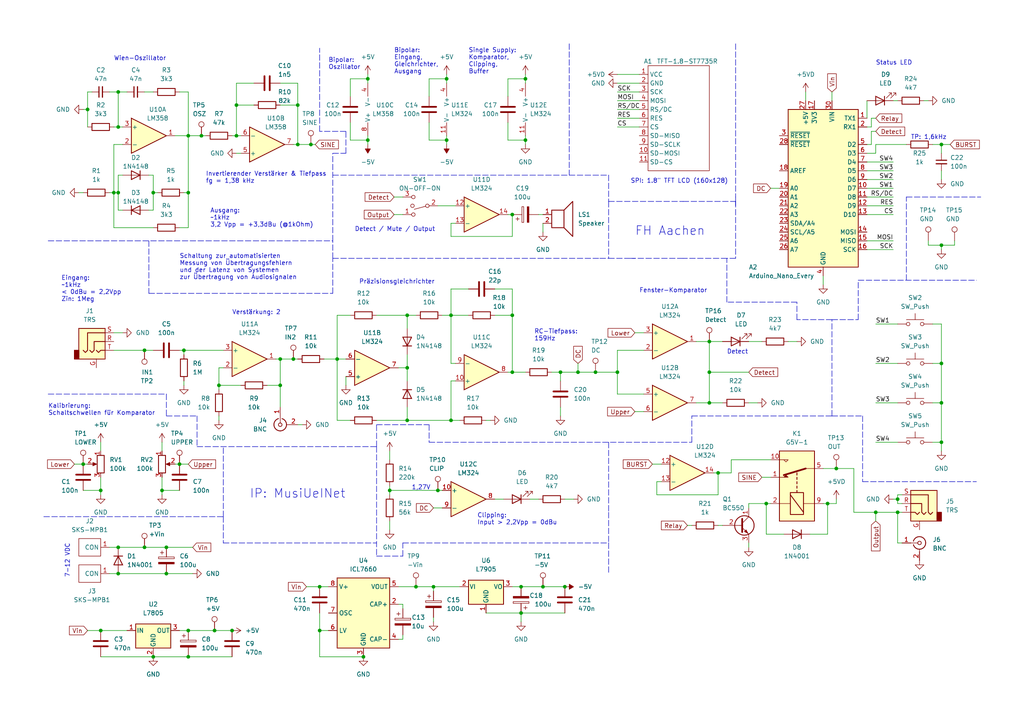
<source format=kicad_sch>
(kicad_sch (version 20211123) (generator eeschema)
  (paper "A4")
  (title_block (title "Messplatine") (date "2022-06-14") (rev "2.1") (company "FH Aachen") (comment 1 "Nils Angelmann"))
  (lib_symbols
    (symbol "A-Connectors:SKS-MPB1"
      (property "Reference" "J" (at 3.81 3.81 0))
      (property "Value" "SKS-MPB1" (at 5.08 -3.81 0))
      (symbol "SKS-MPB1_1_1"
        (pin power_in line (at 0 0 0) (length 2.54) (name "CON") (number "1"))
      )
    )
    (symbol "A-Display:TFT-1.8-ST7735R"
      (property "Reference" "A" (at 1.27 2.54 0))
      (property "Value" "TFT-1.8-ST7735R" (at 8.89 0 0))
      (symbol "TFT-1.8-ST7735R_1_1"
        (pin power_in line (at -2.54 -3.81 0) (length 2.54) (name "VCC") (number "1"))
        (pin power_in line (at -2.54 -26.67 0) (length 2.54) (name "SD-MOSI") (number "10"))
        (pin power_in line (at -2.54 -29.21 0) (length 2.54) (name "SD-CS") (number "11"))
        (pin power_in line (at -2.54 -6.35 0) (length 2.54) (name "GND") (number "2"))
        (pin power_in line (at -2.54 -8.89 0) (length 2.54) (name "SCK") (number "3"))
        (pin power_in line (at -2.54 -11.43 0) (length 2.54) (name "MOSI") (number "4"))
        (pin power_in line (at -2.54 -13.97 0) (length 2.54) (name "RS/DC") (number "5"))
        (pin power_in line (at -2.54 -16.51 0) (length 2.54) (name "RES") (number "6"))
        (pin power_in line (at -2.54 -19.05 0) (length 2.54) (name "CS") (number "7"))
        (pin power_in line (at -2.54 -21.59 0) (length 2.54) (name "SD-MISO") (number "8"))
        (pin power_in line (at -2.54 -24.13 0) (length 2.54) (name "SD-SCLK") (number "9"))
      )
    )
    (symbol "Amplifier_Operational:LM324" (pin_names (offset 0.127))
      (property "Reference" "U" (at 0 5.08 0))
      (property "Value" "LM324" (at 0 -5.08 0))
      (symbol "LM324_1_1"
        (pin output line (at 7.62 0 180) (length 2.54) (name "~") (number "1"))
        (pin input line (at -7.62 -2.54 0) (length 2.54) (name "-") (number "2"))
        (pin input line (at -7.62 2.54 0) (length 2.54) (name "+") (number "3"))
      )
      (symbol "LM324_2_1"
        (pin input line (at -7.62 2.54 0) (length 2.54) (name "+") (number "5"))
        (pin input line (at -7.62 -2.54 0) (length 2.54) (name "-") (number "6"))
        (pin output line (at 7.62 0 180) (length 2.54) (name "~") (number "7"))
      )
      (symbol "LM324_3_1"
        (pin input line (at -7.62 2.54 0) (length 2.54) (name "+") (number "10"))
        (pin output line (at 7.62 0 180) (length 2.54) (name "~") (number "8"))
        (pin input line (at -7.62 -2.54 0) (length 2.54) (name "-") (number "9"))
      )
      (symbol "LM324_4_1"
        (pin input line (at -7.62 2.54 0) (length 2.54) (name "+") (number "12"))
        (pin input line (at -7.62 -2.54 0) (length 2.54) (name "-") (number "13"))
        (pin output line (at 7.62 0 180) (length 2.54) (name "~") (number "14"))
      )
      (symbol "LM324_5_1"
        (pin power_in line (at -2.54 -7.62 90) (length 3.81) (name "V-") (number "11"))
        (pin power_in line (at -2.54 7.62 270) (length 3.81) (name "V+") (number "4"))
      )
    )
    (symbol "Amplifier_Operational:LM358" (pin_names (offset 0.127))
      (property "Reference" "U" (at 0 5.08 0))
      (property "Value" "LM358" (at 0 -5.08 0))
      (symbol "LM358_1_1"
        (pin output line (at 7.62 0 180) (length 2.54) (name "~") (number "1"))
        (pin input line (at -7.62 -2.54 0) (length 2.54) (name "-") (number "2"))
        (pin input line (at -7.62 2.54 0) (length 2.54) (name "+") (number "3"))
      )
      (symbol "LM358_2_1"
        (pin input line (at -7.62 2.54 0) (length 2.54) (name "+") (number "5"))
        (pin input line (at -7.62 -2.54 0) (length 2.54) (name "-") (number "6"))
        (pin output line (at 7.62 0 180) (length 2.54) (name "~") (number "7"))
      )
      (symbol "LM358_3_1"
        (pin power_in line (at -2.54 -7.62 90) (length 3.81) (name "V-") (number "4"))
        (pin power_in line (at -2.54 7.62 270) (length 3.81) (name "V+") (number "8"))
      )
    )
    (symbol "Connector:AudioJack3_Ground"
      (property "Reference" "J" (at 0 8.89 0))
      (property "Value" "AudioJack3_Ground" (at 0 6.35 0))
      (symbol "AudioJack3_Ground_1_1"
        (pin passive line (at 0 -7.62 90) (length 2.54) (name "~") (number "G"))
        (pin passive line (at 5.08 0 180) (length 2.54) (name "~") (number "R"))
        (pin passive line (at 5.08 2.54 180) (length 2.54) (name "~") (number "S"))
        (pin passive line (at 5.08 -2.54 180) (length 2.54) (name "~") (number "T"))
      )
    )
    (symbol "Connector:Conn_Coaxial" (pin_names (offset 1.016) hide)
      (property "Reference" "J" (at 0.254 3.048 0))
      (property "Value" "Conn_Coaxial" (at 2.921 0 90))
      (symbol "Conn_Coaxial_1_1"
        (pin passive line (at -5.08 0 0) (length 2.54) (name "In") (number "1"))
        (pin passive line (at 0 -5.08 90) (length 2.54) (name "Ext") (number "2"))
      )
    )
    (symbol "Connector:TestPoint" (pin_numbers hide) (pin_names (offset 0.762) hide)
      (property "Reference" "TP" (at 0 6.858 0))
      (property "Value" "TestPoint" (at 0 5.08 0))
      (symbol "TestPoint_1_1"
        (pin passive line (at 0 0 90) (length 2.54) (name "1") (number "1"))
      )
    )
    (symbol "Device:C" (pin_numbers hide) (pin_names (offset 0.254))
      (property "Reference" "C" (at 0.635 2.54 0))
      (property "Value" "C" (at 0.635 -2.54 0))
      (symbol "C_1_1"
        (pin passive line (at 0 3.81 270) (length 2.794) (name "~") (number "1"))
        (pin passive line (at 0 -3.81 90) (length 2.794) (name "~") (number "2"))
      )
    )
    (symbol "Device:C_Polarized" (pin_numbers hide) (pin_names (offset 0.254))
      (property "Reference" "C" (at 0.635 2.54 0))
      (property "Value" "C_Polarized" (at 0.635 -2.54 0))
      (symbol "C_Polarized_1_1"
        (pin passive line (at 0 3.81 270) (length 2.794) (name "~") (number "1"))
        (pin passive line (at 0 -3.81 90) (length 2.794) (name "~") (number "2"))
      )
    )
    (symbol "Device:C_Small" (pin_numbers hide) (pin_names (offset 0.254) hide)
      (property "Reference" "C" (at 0.254 1.778 0))
      (property "Value" "C_Small" (at 0.254 -2.032 0))
      (symbol "C_Small_1_1"
        (pin passive line (at 0 2.54 270) (length 2.032) (name "~") (number "1"))
        (pin passive line (at 0 -2.54 90) (length 2.032) (name "~") (number "2"))
      )
    )
    (symbol "Device:LED" (pin_numbers hide) (pin_names (offset 1.016) hide)
      (property "Reference" "D" (at 0 2.54 0))
      (property "Value" "LED" (at 0 -2.54 0))
      (symbol "LED_1_1"
        (pin passive line (at -3.81 0 0) (length 2.54) (name "K") (number "1"))
        (pin passive line (at 3.81 0 180) (length 2.54) (name "A") (number "2"))
      )
    )
    (symbol "Device:R" (pin_numbers hide) (pin_names (offset 0))
      (property "Reference" "R" (at 2.032 0 90))
      (property "Value" "R" (at 0 0 90))
      (symbol "R_1_1"
        (pin passive line (at 0 3.81 270) (length 1.27) (name "~") (number "1"))
        (pin passive line (at 0 -3.81 90) (length 1.27) (name "~") (number "2"))
      )
    )
    (symbol "Device:R_Potentiometer" (pin_names (offset 1.016) hide)
      (property "Reference" "RV" (at -4.445 0 90))
      (property "Value" "R_Potentiometer" (at -2.54 0 90))
      (symbol "R_Potentiometer_1_1"
        (pin passive line (at 0 3.81 270) (length 1.27) (name "1") (number "1"))
        (pin passive line (at 3.81 0 180) (length 1.27) (name "2") (number "2"))
        (pin passive line (at 0 -3.81 90) (length 1.27) (name "3") (number "3"))
      )
    )
    (symbol "Device:Speaker" (pin_names (offset 0) hide)
      (property "Reference" "LS" (at 1.27 5.715 0))
      (property "Value" "Speaker" (at 1.27 3.81 0))
      (symbol "Speaker_1_1"
        (pin input line (at -5.08 0 0) (length 2.54) (name "1") (number "1"))
        (pin input line (at -5.08 -2.54 0) (length 2.54) (name "2") (number "2"))
      )
    )
    (symbol "Diode:1N4001" (pin_numbers hide) (pin_names (offset 1.016) hide)
      (property "Reference" "D" (at 0 2.54 0))
      (property "Value" "1N4001" (at 0 -2.54 0))
      (symbol "1N4001_1_1"
        (pin passive line (at -3.81 0 0) (length 2.54) (name "K") (number "1"))
        (pin passive line (at 3.81 0 180) (length 2.54) (name "A") (number "2"))
      )
    )
    (symbol "Diode:1N4148" (pin_numbers hide) (pin_names (offset 1.016) hide)
      (property "Reference" "D" (at 0 2.54 0))
      (property "Value" "1N4148" (at 0 -2.54 0))
      (symbol "1N4148_1_1"
        (pin passive line (at -3.81 0 0) (length 2.54) (name "K") (number "1"))
        (pin passive line (at 3.81 0 180) (length 2.54) (name "A") (number "2"))
      )
    )
    (symbol "MCU_Module:Arduino_Nano_Every"
      (property "Reference" "A" (at -10.16 23.495 0))
      (property "Value" "Arduino_Nano_Every" (at 5.08 -24.13 0))
      (symbol "Arduino_Nano_Every_1_1"
        (pin bidirectional line (at -12.7 20.32 0) (length 2.54) (name "TX1") (number "1"))
        (pin bidirectional line (at -12.7 0 0) (length 2.54) (name "D7") (number "10"))
        (pin bidirectional line (at -12.7 -2.54 0) (length 2.54) (name "D8") (number "11"))
        (pin bidirectional line (at -12.7 -5.08 0) (length 2.54) (name "D9") (number "12"))
        (pin bidirectional line (at -12.7 -7.62 0) (length 2.54) (name "D10") (number "13"))
        (pin bidirectional line (at -12.7 -12.7 0) (length 2.54) (name "MOSI") (number "14"))
        (pin bidirectional line (at -12.7 -15.24 0) (length 2.54) (name "MISO") (number "15"))
        (pin bidirectional line (at -12.7 -17.78 0) (length 2.54) (name "SCK") (number "16"))
        (pin power_out line (at 2.54 25.4 270) (length 2.54) (name "3V3") (number "17"))
        (pin input line (at 12.7 5.08 180) (length 2.54) (name "AREF") (number "18"))
        (pin bidirectional line (at 12.7 0 180) (length 2.54) (name "A0") (number "19"))
        (pin bidirectional line (at -12.7 17.78 0) (length 2.54) (name "RX1") (number "2"))
        (pin bidirectional line (at 12.7 -2.54 180) (length 2.54) (name "A1") (number "20"))
        (pin bidirectional line (at 12.7 -5.08 180) (length 2.54) (name "A2") (number "21"))
        (pin bidirectional line (at 12.7 -7.62 180) (length 2.54) (name "A3") (number "22"))
        (pin bidirectional line (at 12.7 -10.16 180) (length 2.54) (name "SDA/A4") (number "23"))
        (pin bidirectional line (at 12.7 -12.7 180) (length 2.54) (name "SCL/A5") (number "24"))
        (pin bidirectional line (at 12.7 -15.24 180) (length 2.54) (name "A6") (number "25"))
        (pin bidirectional line (at 12.7 -17.78 180) (length 2.54) (name "A7") (number "26"))
        (pin power_out line (at 5.08 25.4 270) (length 2.54) (name "+5V") (number "27"))
        (pin input line (at 12.7 12.7 180) (length 2.54) (name "~{RESET}") (number "28"))
        (pin passive line (at 0 -25.4 90) (length 2.54) hide (name "GND") (number "29"))
        (pin input line (at 12.7 15.24 180) (length 2.54) (name "~{RESET}") (number "3"))
        (pin power_in line (at -2.54 25.4 270) (length 2.54) (name "VIN") (number "30"))
        (pin power_in line (at 0 -25.4 90) (length 2.54) (name "GND") (number "4"))
        (pin bidirectional line (at -12.7 12.7 0) (length 2.54) (name "D2") (number "5"))
        (pin bidirectional line (at -12.7 10.16 0) (length 2.54) (name "D3") (number "6"))
        (pin bidirectional line (at -12.7 7.62 0) (length 2.54) (name "D4") (number "7"))
        (pin bidirectional line (at -12.7 5.08 0) (length 2.54) (name "D5") (number "8"))
        (pin bidirectional line (at -12.7 2.54 0) (length 2.54) (name "D6") (number "9"))
      )
    )
    (symbol "Regulator_Linear:L7805" (pin_names (offset 0.254))
      (property "Reference" "U" (at -3.81 3.175 0))
      (property "Value" "L7805" (at 0 3.175 0))
      (symbol "L7805_1_1"
        (pin power_in line (at -7.62 0 0) (length 2.54) (name "IN") (number "1"))
        (pin power_in line (at 0 -7.62 90) (length 2.54) (name "GND") (number "2"))
        (pin power_out line (at 7.62 0 180) (length 2.54) (name "OUT") (number "3"))
      )
    )
    (symbol "Regulator_Linear:L7905" (pin_names (offset 0.254))
      (property "Reference" "U" (at -3.81 -3.175 0))
      (property "Value" "L7905" (at 0 -3.175 0))
      (symbol "L7905_1_1"
        (pin power_in line (at 0 7.62 270) (length 2.54) (name "GND") (number "1"))
        (pin power_in line (at -7.62 0 0) (length 2.54) (name "VI") (number "2"))
        (pin power_out line (at 7.62 0 180) (length 2.54) (name "VO") (number "3"))
      )
    )
    (symbol "Regulator_SwitchedCapacitor:ICL7660"
      (property "Reference" "U" (at -6.35 11.43 0))
      (property "Value" "ICL7660" (at 3.81 11.43 0))
      (symbol "ICL7660_1_1"
        (pin no_connect line (at -7.62 5.08 0) (length 2.54) hide (name "NC") (number "1"))
        (pin input line (at 10.16 2.54 180) (length 2.54) (name "CAP+") (number "2"))
        (pin power_in line (at 0 -12.7 90) (length 2.54) (name "GND") (number "3"))
        (pin input line (at 10.16 -7.62 180) (length 2.54) (name "CAP-") (number "4"))
        (pin power_out line (at 10.16 7.62 180) (length 2.54) (name "VOUT") (number "5"))
        (pin input line (at -10.16 -5.08 0) (length 2.54) (name "LV") (number "6"))
        (pin input line (at -10.16 0 0) (length 2.54) (name "OSC") (number "7"))
        (pin power_in line (at -10.16 7.62 0) (length 2.54) (name "V+") (number "8"))
      )
    )
    (symbol "Relay:G5V-1"
      (property "Reference" "K" (at 11.43 3.81 0))
      (property "Value" "G5V-1" (at 11.43 1.27 0))
      (symbol "G5V-1_1_1"
        (pin passive line (at 2.54 7.62 270) (length 2.54) (name "~") (number "1"))
        (pin passive line (at 7.62 7.62 270) (length 2.54) (name "~") (number "10"))
        (pin passive line (at -5.08 7.62 270) (length 2.54) (name "~") (number "2"))
        (pin passive line (at 5.08 -7.62 90) (length 2.54) (name "~") (number "5"))
        (pin passive line (at 5.08 -7.62 90) (length 2.54) hide (name "~") (number "6"))
        (pin passive line (at -5.08 -7.62 90) (length 2.54) (name "~") (number "9"))
      )
    )
    (symbol "Switch:SW_Push" (pin_numbers hide) (pin_names (offset 1.016) hide)
      (property "Reference" "SW" (at 1.27 2.54 0))
      (property "Value" "SW_Push" (at 0 -1.524 0))
      (symbol "SW_Push_0_1"
        (pin passive line (at -5.08 0 0) (length 2.54) (name "1") (number "1"))
        (pin passive line (at 5.08 0 180) (length 2.54) (name "2") (number "2"))
      )
    )
    (symbol "Switch:SW_SPDT_MSM" (pin_names (offset 0) hide)
      (property "Reference" "SW" (at 0 5.08 0))
      (property "Value" "SW_SPDT_MSM" (at 0 -5.08 0))
      (symbol "SW_SPDT_MSM_1_1"
        (pin passive line (at 5.08 2.54 180) (length 2.54) (name "1") (number "1"))
        (pin passive line (at -5.08 0 0) (length 2.54) (name "2") (number "2"))
        (pin passive line (at 5.08 -2.54 180) (length 2.54) (name "3") (number "3"))
      )
    )
    (symbol "Transistor_BJT:BC550" (pin_names (offset 0) hide)
      (property "Reference" "Q" (at 5.08 1.905 0))
      (property "Value" "BC550" (at 5.08 0 0))
      (symbol "BC550_1_1"
        (pin passive line (at 2.54 5.08 270) (length 2.54) (name "C") (number "1"))
        (pin input line (at -5.08 0 0) (length 5.08) (name "B") (number "2"))
        (pin passive line (at 2.54 -5.08 90) (length 2.54) (name "E") (number "3"))
      )
    )
    (symbol "power:+5V" (power) (pin_names (offset 0))
      (property "Value" "+5V" (at 0 3.556 0))
      (symbol "+5V_1_1"
        (pin power_in line (at 0 0 90) (length 0) hide (name "+5V") (number "1"))
      )
    )
    (symbol "power:+5VD" (power) (pin_names (offset 0))
      (property "Value" "+5VD" (at 0 3.556 0))
      (symbol "+5VD_1_1"
        (pin power_in line (at 0 0 90) (length 0) hide (name "+5VD") (number "1"))
      )
    )
    (symbol "power:-5V" (power) (pin_names (offset 0))
      (property "Value" "-5V" (at 0 3.81 0))
      (symbol "-5V_0_0"
        (pin power_in line (at 0 0 90) (length 0) hide (name "-5V") (number "1"))
      )
    )
    (symbol "power:GND" (power) (pin_names (offset 0))
      (property "Value" "GND" (at 0 -3.81 0))
      (symbol "GND_1_1"
        (pin power_in line (at 0 0 270) (length 0) hide (name "GND") (number "1"))
      )
    )
  )
  (junction (at 129.54 40.64))
  (junction (at 53.34 101.6))
  (junction (at 118.11 91.44))
  (junction (at 260.35 144.78))
  (junction (at 151.13 177.8))
  (junction (at 46.99 142.24))
  (junction (at 29.21 142.24))
  (junction (at 205.74 107.95))
  (junction (at 54.61 39.37))
  (junction (at 127 142.24))
  (junction (at 205.74 99.06))
  (junction (at 68.58 30.48))
  (junction (at 222.25 146.05))
  (junction (at 68.58 39.37))
  (junction (at 48.26 158.75))
  (junction (at 260.35 148.59))
  (junction (at 54.61 182.88))
  (junction (at 29.21 182.88))
  (junction (at 97.79 104.14))
  (junction (at 148.59 107.95))
  (junction (at 41.91 101.6))
  (junction (at 34.29 36.83))
  (junction (at 44.45 190.5))
  (junction (at 125.73 170.18))
  (junction (at 34.29 166.37))
  (junction (at 118.11 121.92))
  (junction (at 106.68 22.86))
  (junction (at 172.72 107.95))
  (junction (at 273.05 116.84))
  (junction (at 92.71 182.88))
  (junction (at 25.4 31.75))
  (junction (at 58.42 39.37))
  (junction (at 54.61 55.88))
  (junction (at 162.56 107.95))
  (junction (at 85.09 104.14))
  (junction (at 34.29 26.67))
  (junction (at 148.59 62.23))
  (junction (at 90.17 41.91))
  (junction (at 41.91 158.75))
  (junction (at 167.64 107.95))
  (junction (at 130.81 91.44))
  (junction (at 106.68 40.64))
  (junction (at 52.07 134.62))
  (junction (at 54.61 190.5))
  (junction (at 63.5 111.76))
  (junction (at 44.45 55.88))
  (junction (at 273.05 128.27))
  (junction (at 120.65 170.18))
  (junction (at 129.54 22.86))
  (junction (at 273.05 41.91))
  (junction (at 67.31 182.88))
  (junction (at 130.81 121.92))
  (junction (at 113.03 142.24))
  (junction (at 208.28 137.16))
  (junction (at 163.83 170.18))
  (junction (at 81.28 111.76))
  (junction (at 273.05 71.12))
  (junction (at 92.71 170.18))
  (junction (at 33.02 55.88))
  (junction (at 86.36 30.48))
  (junction (at 179.07 107.95))
  (junction (at 242.57 135.89))
  (junction (at 34.29 55.88))
  (junction (at 105.41 190.5))
  (junction (at 148.59 91.44))
  (junction (at 86.36 41.91))
  (junction (at 62.23 182.88))
  (junction (at 81.28 104.14))
  (junction (at 254 148.59))
  (junction (at 205.74 116.84))
  (junction (at 157.48 170.18))
  (junction (at 152.4 40.64))
  (junction (at 24.13 134.62))
  (junction (at 48.26 166.37))
  (junction (at 151.13 170.18))
  (junction (at 273.05 105.41))
  (junction (at 118.11 106.68))
  (junction (at 240.03 146.05))
  (junction (at 34.29 158.75))
  (junction (at 152.4 22.86))
  (wire (pts (xy 120.65 170.18) (xy 115.57 170.18)))
  (wire (pts (xy 41.91 158.75) (xy 48.26 158.75)))
  (wire (pts (xy 273.05 44.45) (xy 273.05 41.91)))
  (wire (pts (xy 254 93.98) (xy 260.35 93.98)))
  (wire (pts (xy 81.28 104.14) (xy 85.09 104.14)))
  (wire (pts (xy 118.11 106.68) (xy 118.11 110.49)))
  (wire (pts (xy 130.81 91.44) (xy 130.81 105.41)))
  (wire (pts (xy 261.62 146.05) (xy 260.35 146.05)))
  (polyline (pts (xy 231.14 87.63) (xy 210.82 87.63)))
  (wire (pts (xy 151.13 170.18) (xy 157.48 170.18)))
  (polyline (pts (xy 176.53 157.48) (xy 176.53 166.37)))
  (polyline (pts (xy 210.82 87.63) (xy 210.82 74.93)))
  (wire (pts (xy 44.45 50.8) (xy 44.45 55.88)))
  (wire (pts (xy 190.5 143.51) (xy 208.28 143.51)))
  (polyline (pts (xy 96.52 74.93) (xy 173.99 74.93)))
  (wire (pts (xy 254 44.45) (xy 254 41.91)))
  (wire (pts (xy 152.4 40.64) (xy 152.4 39.37)))
  (wire (pts (xy 238.76 82.55) (xy 238.76 80.01)))
  (polyline (pts (xy 241.3 120.65) (xy 241.3 92.71)))
  (polyline (pts (xy 96.52 69.85) (xy 96.52 44.45)))
  (wire (pts (xy 101.6 27.94) (xy 101.6 22.86)))
  (polyline (pts (xy 176.53 50.8) (xy 176.53 58.42)))
  (wire (pts (xy 251.46 59.69) (xy 259.08 59.69)))
  (wire (pts (xy 147.32 22.86) (xy 152.4 22.86)))
  (wire (pts (xy 251.46 46.99) (xy 259.08 46.99)))
  (wire (pts (xy 129.54 41.91) (xy 129.54 40.64)))
  (wire (pts (xy 251.46 41.91) (xy 252.73 41.91)))
  (wire (pts (xy 52.07 134.62) (xy 54.61 134.62)))
  (wire (pts (xy 260.35 146.05) (xy 260.35 144.78)))
  (wire (pts (xy 270.51 105.41) (xy 273.05 105.41)))
  (wire (pts (xy 81.28 111.76) (xy 77.47 111.76)))
  (polyline (pts (xy 176.53 128.27) (xy 176.53 148.59)))
  (wire (pts (xy 259.08 144.78) (xy 260.35 144.78)))
  (wire (pts (xy 260.35 157.48) (xy 261.62 157.48)))
  (wire (pts (xy 147.32 62.23) (xy 148.59 62.23)))
  (wire (pts (xy 179.07 29.21) (xy 185.42 29.21)))
  (wire (pts (xy 43.18 50.8) (xy 44.45 50.8)))
  (polyline (pts (xy 109.22 123.19) (xy 124.46 123.19)))
  (wire (pts (xy 208.28 137.16) (xy 207.01 137.16)))
  (wire (pts (xy 205.74 99.06) (xy 209.55 99.06)))
  (wire (pts (xy 127 142.24) (xy 128.27 142.24)))
  (wire (pts (xy 220.98 138.43) (xy 223.52 138.43)))
  (wire (pts (xy 251.46 49.53) (xy 259.08 49.53)))
  (wire (pts (xy 251.46 29.21) (xy 251.46 34.29)))
  (polyline (pts (xy 64.77 149.86) (xy 64.77 129.54)))
  (wire (pts (xy 148.59 91.44) (xy 143.51 91.44)))
  (wire (pts (xy 152.4 41.91) (xy 152.4 40.64)))
  (polyline (pts (xy 165.1 12.7) (xy 165.1 50.8)))
  (wire (pts (xy 67.31 39.37) (xy 68.58 39.37)))
  (wire (pts (xy 34.29 158.75) (xy 41.91 158.75)))
  (wire (pts (xy 118.11 102.87) (xy 118.11 106.68)))
  (polyline (pts (xy 116.84 161.29) (xy 116.84 157.48)))
  (wire (pts (xy 273.05 105.41) (xy 273.05 93.98)))
  (wire (pts (xy 34.29 50.8) (xy 35.56 50.8)))
  (wire (pts (xy 41.91 26.67) (xy 44.45 26.67)))
  (wire (pts (xy 33.02 36.83) (xy 34.29 36.83)))
  (polyline (pts (xy 96.52 44.45) (xy 100.33 44.45)))
  (wire (pts (xy 92.71 177.8) (xy 92.71 182.88)))
  (wire (pts (xy 179.07 101.6) (xy 186.69 101.6)))
  (wire (pts (xy 109.22 121.92) (xy 118.11 121.92)))
  (wire (pts (xy 222.25 146.05) (xy 223.52 146.05)))
  (wire (pts (xy 124.46 40.64) (xy 129.54 40.64)))
  (wire (pts (xy 205.74 116.84) (xy 209.55 116.84)))
  (wire (pts (xy 54.61 26.67) (xy 54.61 39.37)))
  (wire (pts (xy 135.89 83.82) (xy 130.81 83.82)))
  (wire (pts (xy 217.17 147.32) (xy 217.17 146.05)))
  (wire (pts (xy 124.46 22.86) (xy 129.54 22.86)))
  (wire (pts (xy 80.01 104.14) (xy 81.28 104.14)))
  (wire (pts (xy 130.81 83.82) (xy 130.81 91.44)))
  (wire (pts (xy 273.05 93.98) (xy 270.51 93.98)))
  (wire (pts (xy 73.66 24.13) (xy 68.58 24.13)))
  (wire (pts (xy 46.99 142.24) (xy 46.99 143.51)))
  (polyline (pts (xy 176.53 58.42) (xy 198.12 58.42)))
  (wire (pts (xy 208.28 152.4) (xy 209.55 152.4)))
  (wire (pts (xy 50.8 134.62) (xy 52.07 134.62)))
  (wire (pts (xy 242.57 135.89) (xy 247.65 135.89)))
  (polyline (pts (xy 92.71 38.1) (xy 92.71 13.97)))
  (wire (pts (xy 151.13 177.8) (xy 163.83 177.8)))
  (polyline (pts (xy 100.33 38.1) (xy 92.71 38.1)))
  (wire (pts (xy 34.29 26.67) (xy 34.29 36.83)))
  (wire (pts (xy 52.07 26.67) (xy 54.61 26.67)))
  (wire (pts (xy 54.61 182.88) (xy 62.23 182.88)))
  (wire (pts (xy 190.5 139.7) (xy 190.5 143.51)))
  (wire (pts (xy 276.86 71.12) (xy 273.05 71.12)))
  (wire (pts (xy 54.61 190.5) (xy 67.31 190.5)))
  (wire (pts (xy 251.46 54.61) (xy 259.08 54.61)))
  (wire (pts (xy 148.59 170.18) (xy 151.13 170.18)))
  (wire (pts (xy 118.11 91.44) (xy 120.65 91.44)))
  (wire (pts (xy 260.35 148.59) (xy 260.35 157.48)))
  (wire (pts (xy 148.59 107.95) (xy 147.32 107.95)))
  (wire (pts (xy 92.71 182.88) (xy 95.25 182.88)))
  (wire (pts (xy 222.25 154.94) (xy 222.25 146.05)))
  (wire (pts (xy 92.71 170.18) (xy 95.25 170.18)))
  (wire (pts (xy 167.64 107.95) (xy 172.72 107.95)))
  (wire (pts (xy 29.21 128.27) (xy 29.21 130.81)))
  (wire (pts (xy 101.6 91.44) (xy 97.79 91.44)))
  (wire (pts (xy 54.61 39.37) (xy 58.42 39.37)))
  (wire (pts (xy 24.13 142.24) (xy 29.21 142.24)))
  (wire (pts (xy 208.28 143.51) (xy 208.28 137.16)))
  (wire (pts (xy 227.33 154.94) (xy 222.25 154.94)))
  (wire (pts (xy 113.03 151.13) (xy 113.03 153.67)))
  (polyline (pts (xy 109.22 161.29) (xy 116.84 161.29)))
  (wire (pts (xy 251.46 72.39) (xy 259.08 72.39)))
  (wire (pts (xy 205.74 107.95) (xy 205.74 116.84)))
  (polyline (pts (xy 198.12 58.42) (xy 213.36 58.42)))
  (wire (pts (xy 241.3 26.67) (xy 241.3 29.21)))
  (wire (pts (xy 179.07 107.95) (xy 179.07 114.3)))
  (polyline (pts (xy 43.18 85.09) (xy 96.52 85.09)))
  (wire (pts (xy 251.46 52.07) (xy 259.08 52.07)))
  (polyline (pts (xy 13.97 114.3) (xy 48.26 114.3)))
  (wire (pts (xy 118.11 121.92) (xy 118.11 118.11)))
  (wire (pts (xy 148.59 68.58) (xy 148.59 62.23)))
  (wire (pts (xy 273.05 128.27) (xy 273.05 116.84)))
  (wire (pts (xy 254 41.91) (xy 262.89 41.91)))
  (polyline (pts (xy 213.36 74.93) (xy 210.82 74.93)))
  (polyline (pts (xy 248.92 81.28) (xy 283.21 81.28)))
  (wire (pts (xy 254 116.84) (xy 260.35 116.84)))
  (wire (pts (xy 251.46 57.15) (xy 259.08 57.15)))
  (wire (pts (xy 251.46 36.83) (xy 252.73 36.83)))
  (wire (pts (xy 240.03 146.05) (xy 238.76 146.05)))
  (wire (pts (xy 269.24 71.12) (xy 273.05 71.12)))
  (wire (pts (xy 273.05 71.12) (xy 273.05 72.39)))
  (wire (pts (xy 252.73 41.91) (xy 252.73 38.1)))
  (wire (pts (xy 50.8 39.37) (xy 54.61 39.37)))
  (polyline (pts (xy 173.99 74.93) (xy 176.53 74.93)))
  (wire (pts (xy 34.29 60.96) (xy 34.29 55.88)))
  (wire (pts (xy 100.33 109.22) (xy 100.33 111.76)))
  (wire (pts (xy 73.66 30.48) (xy 68.58 30.48)))
  (wire (pts (xy 33.02 66.04) (xy 33.02 55.88)))
  (polyline (pts (xy 248.92 92.71) (xy 248.92 81.28)))
  (wire (pts (xy 270.51 128.27) (xy 273.05 128.27)))
  (wire (pts (xy 88.9 170.18) (xy 92.71 170.18)))
  (polyline (pts (xy 64.77 157.48) (xy 109.22 157.48)))
  (polyline (pts (xy 250.19 139.7) (xy 283.21 139.7)))
  (wire (pts (xy 140.97 121.92) (xy 142.24 121.92)))
  (wire (pts (xy 157.48 64.77) (xy 157.48 67.31)))
  (wire (pts (xy 26.67 26.67) (xy 25.4 26.67)))
  (polyline (pts (xy 213.36 58.42) (xy 213.36 74.93)))
  (wire (pts (xy 252.73 36.83) (xy 252.73 34.29)))
  (wire (pts (xy 86.36 41.91) (xy 85.09 41.91)))
  (wire (pts (xy 242.57 146.05) (xy 240.03 146.05)))
  (wire (pts (xy 147.32 27.94) (xy 147.32 22.86)))
  (polyline (pts (xy 198.12 74.93) (xy 182.88 74.93)))
  (wire (pts (xy 63.5 106.68) (xy 64.77 106.68)))
  (wire (pts (xy 115.57 185.42) (xy 116.84 185.42)))
  (wire (pts (xy 251.46 62.23) (xy 259.08 62.23)))
  (wire (pts (xy 81.28 104.14) (xy 81.28 111.76)))
  (wire (pts (xy 106.68 21.59) (xy 106.68 22.86)))
  (wire (pts (xy 125.73 170.18) (xy 133.35 170.18)))
  (wire (pts (xy 205.74 99.06) (xy 205.74 107.95)))
  (wire (pts (xy 124.46 27.94) (xy 124.46 22.86)))
  (polyline (pts (xy 213.36 12.7) (xy 213.36 57.15)))
  (wire (pts (xy 130.81 121.92) (xy 133.35 121.92)))
  (wire (pts (xy 46.99 138.43) (xy 46.99 142.24)))
  (polyline (pts (xy 200.66 120.65) (xy 241.3 120.65)))
  (wire (pts (xy 63.5 111.76) (xy 63.5 113.03)))
  (wire (pts (xy 63.5 111.76) (xy 63.5 106.68)))
  (wire (pts (xy 147.32 35.56) (xy 147.32 40.64)))
  (wire (pts (xy 86.36 24.13) (xy 86.36 30.48)))
  (wire (pts (xy 162.56 118.11) (xy 162.56 120.65)))
  (wire (pts (xy 48.26 158.75) (xy 55.88 158.75)))
  (wire (pts (xy 189.23 134.62) (xy 191.77 134.62)))
  (wire (pts (xy 212.09 137.16) (xy 208.28 137.16)))
  (wire (pts (xy 132.08 110.49) (xy 130.81 110.49)))
  (wire (pts (xy 24.13 134.62) (xy 25.4 134.62)))
  (wire (pts (xy 228.6 99.06) (xy 231.14 99.06)))
  (polyline (pts (xy 213.36 58.42) (xy 213.36 57.15)))
  (polyline (pts (xy 109.22 129.54) (xy 109.22 161.29)))
  (wire (pts (xy 114.3 57.15) (xy 116.84 57.15)))
  (polyline (pts (xy 57.15 129.54) (xy 109.22 129.54)))
  (wire (pts (xy 127 59.69) (xy 132.08 59.69)))
  (wire (pts (xy 68.58 24.13) (xy 68.58 30.48)))
  (wire (pts (xy 238.76 135.89) (xy 242.57 135.89)))
  (polyline (pts (xy 241.3 120.65) (xy 250.19 120.65)))
  (wire (pts (xy 143.51 144.78) (xy 146.05 144.78)))
  (wire (pts (xy 186.69 114.3) (xy 179.07 114.3)))
  (wire (pts (xy 233.68 26.67) (xy 233.68 29.21)))
  (wire (pts (xy 130.81 68.58) (xy 148.59 68.58)))
  (wire (pts (xy 101.6 22.86) (xy 106.68 22.86)))
  (wire (pts (xy 160.02 107.95) (xy 162.56 107.95)))
  (wire (pts (xy 90.17 41.91) (xy 91.44 41.91)))
  (wire (pts (xy 179.07 36.83) (xy 185.42 36.83)))
  (wire (pts (xy 52.07 182.88) (xy 54.61 182.88)))
  (wire (pts (xy 217.17 99.06) (xy 220.98 99.06)))
  (wire (pts (xy 29.21 182.88) (xy 36.83 182.88)))
  (wire (pts (xy 143.51 83.82) (xy 148.59 83.82)))
  (wire (pts (xy 234.95 154.94) (xy 240.03 154.94)))
  (wire (pts (xy 97.79 104.14) (xy 100.33 104.14)))
  (polyline (pts (xy 231.14 92.71) (xy 231.14 87.63)))
  (wire (pts (xy 34.29 166.37) (xy 48.26 166.37)))
  (wire (pts (xy 267.97 29.21) (xy 269.24 29.21)))
  (wire (pts (xy 172.72 107.95) (xy 179.07 107.95)))
  (wire (pts (xy 124.46 35.56) (xy 124.46 40.64)))
  (wire (pts (xy 113.03 130.81) (xy 113.03 133.35)))
  (polyline (pts (xy 100.33 44.45) (xy 100.33 38.1)))
  (wire (pts (xy 130.81 64.77) (xy 130.81 68.58)))
  (wire (pts (xy 48.26 166.37) (xy 55.88 166.37)))
  (wire (pts (xy 113.03 140.97) (xy 113.03 142.24)))
  (wire (pts (xy 31.75 166.37) (xy 34.29 166.37)))
  (wire (pts (xy 116.84 185.42) (xy 116.84 184.15)))
  (polyline (pts (xy 165.1 157.48) (xy 176.53 157.48)))
  (wire (pts (xy 129.54 21.59) (xy 129.54 22.86)))
  (wire (pts (xy 201.93 99.06) (xy 205.74 99.06)))
  (wire (pts (xy 22.86 55.88) (xy 24.13 55.88)))
  (polyline (pts (xy 200.66 128.27) (xy 200.66 120.65)))
  (polyline (pts (xy 96.52 74.93) (xy 96.52 69.85)))
  (wire (pts (xy 86.36 41.91) (xy 90.17 41.91)))
  (wire (pts (xy 46.99 128.27) (xy 46.99 130.81)))
  (polyline (pts (xy 213.36 58.42) (xy 213.36 59.69)))
  (wire (pts (xy 147.32 40.64) (xy 152.4 40.64)))
  (wire (pts (xy 33.02 41.91) (xy 33.02 55.88)))
  (polyline (pts (xy 262.89 57.15) (xy 284.48 57.15)))
  (wire (pts (xy 114.3 62.23) (xy 116.84 62.23)))
  (wire (pts (xy 53.34 110.49) (xy 53.34 111.76)))
  (polyline (pts (xy 48.26 114.3) (xy 48.26 120.65)))
  (wire (pts (xy 191.77 139.7) (xy 190.5 139.7)))
  (wire (pts (xy 273.05 52.07) (xy 273.05 49.53)))
  (wire (pts (xy 58.42 39.37) (xy 59.69 39.37)))
  (wire (pts (xy 29.21 190.5) (xy 44.45 190.5)))
  (wire (pts (xy 260.35 148.59) (xy 261.62 148.59)))
  (wire (pts (xy 54.61 66.04) (xy 54.61 55.88)))
  (wire (pts (xy 273.05 41.91) (xy 270.51 41.91)))
  (wire (pts (xy 125.73 170.18) (xy 120.65 170.18)))
  (wire (pts (xy 44.45 55.88) (xy 44.45 60.96)))
  (wire (pts (xy 148.59 83.82) (xy 148.59 91.44)))
  (polyline (pts (xy 241.3 92.71) (xy 231.14 92.71)))
  (wire (pts (xy 217.17 146.05) (xy 222.25 146.05)))
  (wire (pts (xy 34.29 36.83) (xy 35.56 36.83)))
  (polyline (pts (xy 241.3 92.71) (xy 248.92 92.71)))
  (wire (pts (xy 125.73 179.07) (xy 125.73 180.34)))
  (wire (pts (xy 21.59 134.62) (xy 24.13 134.62)))
  (wire (pts (xy 205.74 107.95) (xy 217.17 107.95)))
  (polyline (pts (xy 12.7 149.86) (xy 64.77 149.86)))
  (polyline (pts (xy 109.22 129.54) (xy 109.22 123.19)))
  (wire (pts (xy 199.39 152.4) (xy 200.66 152.4)))
  (wire (pts (xy 113.03 142.24) (xy 113.03 143.51)))
  (wire (pts (xy 128.27 91.44) (xy 130.81 91.44)))
  (polyline (pts (xy 176.53 148.59) (xy 176.53 157.48)))
  (wire (pts (xy 148.59 107.95) (xy 148.59 91.44)))
  (wire (pts (xy 101.6 121.92) (xy 97.79 121.92)))
  (wire (pts (xy 270.51 116.84) (xy 273.05 116.84)))
  (wire (pts (xy 259.08 29.21) (xy 260.35 29.21)))
  (wire (pts (xy 148.59 107.95) (xy 152.4 107.95)))
  (wire (pts (xy 152.4 22.86) (xy 152.4 24.13)))
  (wire (pts (xy 81.28 111.76) (xy 81.28 118.11)))
  (wire (pts (xy 254 128.27) (xy 260.35 128.27)))
  (wire (pts (xy 81.28 24.13) (xy 86.36 24.13)))
  (wire (pts (xy 53.34 101.6) (xy 64.77 101.6)))
  (wire (pts (xy 130.81 110.49) (xy 130.81 121.92)))
  (polyline (pts (xy 250.19 120.65) (xy 250.19 139.7)))
  (wire (pts (xy 217.17 116.84) (xy 219.71 116.84)))
  (wire (pts (xy 36.83 26.67) (xy 34.29 26.67)))
  (wire (pts (xy 125.73 171.45) (xy 125.73 170.18)))
  (wire (pts (xy 179.07 31.75) (xy 185.42 31.75)))
  (polyline (pts (xy 210.82 74.93) (xy 198.12 74.93)))
  (wire (pts (xy 130.81 105.41) (xy 132.08 105.41)))
  (wire (pts (xy 205.74 116.84) (xy 201.93 116.84)))
  (wire (pts (xy 33.02 101.6) (xy 41.91 101.6)))
  (wire (pts (xy 106.68 40.64) (xy 106.68 39.37)))
  (wire (pts (xy 223.52 54.61) (xy 226.06 54.61)))
  (wire (pts (xy 130.81 91.44) (xy 135.89 91.44)))
  (wire (pts (xy 46.99 142.24) (xy 52.07 142.24)))
  (wire (pts (xy 179.07 34.29) (xy 185.42 34.29)))
  (wire (pts (xy 69.85 111.76) (xy 63.5 111.76)))
  (wire (pts (xy 129.54 40.64) (xy 129.54 39.37)))
  (polyline (pts (xy 96.52 50.8) (xy 176.53 50.8)))
  (wire (pts (xy 254 105.41) (xy 260.35 105.41)))
  (wire (pts (xy 179.07 101.6) (xy 179.07 107.95)))
  (wire (pts (xy 44.45 60.96) (xy 43.18 60.96)))
  (wire (pts (xy 261.62 143.51) (xy 260.35 143.51)))
  (polyline (pts (xy 176.53 74.93) (xy 184.15 74.93)))
  (wire (pts (xy 86.36 30.48) (xy 86.36 41.91)))
  (wire (pts (xy 129.54 22.86) (xy 129.54 24.13)))
  (wire (pts (xy 33.02 55.88) (xy 34.29 55.88)))
  (wire (pts (xy 33.02 96.52) (xy 35.56 96.52)))
  (wire (pts (xy 44.45 55.88) (xy 45.72 55.88)))
  (wire (pts (xy 115.57 106.68) (xy 118.11 106.68)))
  (wire (pts (xy 92.71 182.88) (xy 92.71 190.5)))
  (wire (pts (xy 125.73 147.32) (xy 128.27 147.32)))
  (wire (pts (xy 240.03 154.94) (xy 240.03 146.05)))
  (wire (pts (xy 68.58 44.45) (xy 69.85 44.45)))
  (wire (pts (xy 81.28 30.48) (xy 86.36 30.48)))
  (wire (pts (xy 156.21 62.23) (xy 157.48 62.23)))
  (wire (pts (xy 252.73 34.29) (xy 254 34.29)))
  (wire (pts (xy 44.45 190.5) (xy 54.61 190.5)))
  (wire (pts (xy 106.68 22.86) (xy 106.68 24.13)))
  (wire (pts (xy 179.07 21.59) (xy 185.42 21.59)))
  (wire (pts (xy 93.98 104.14) (xy 97.79 104.14)))
  (wire (pts (xy 97.79 121.92) (xy 97.79 104.14)))
  (wire (pts (xy 254 148.59) (xy 254 151.13)))
  (wire (pts (xy 167.64 105.41) (xy 167.64 107.95)))
  (wire (pts (xy 242.57 144.78) (xy 242.57 146.05)))
  (wire (pts (xy 116.84 176.53) (xy 116.84 175.26)))
  (wire (pts (xy 29.21 138.43) (xy 29.21 142.24)))
  (wire (pts (xy 118.11 95.25) (xy 118.11 91.44)))
  (wire (pts (xy 217.17 157.48) (xy 217.17 158.75)))
  (wire (pts (xy 86.36 123.19) (xy 87.63 123.19)))
  (wire (pts (xy 184.15 119.38) (xy 186.69 119.38)))
  (wire (pts (xy 184.15 96.52) (xy 186.69 96.52)))
  (wire (pts (xy 254 148.59) (xy 260.35 148.59)))
  (wire (pts (xy 24.13 31.75) (xy 25.4 31.75)))
  (polyline (pts (xy 96.52 85.09) (xy 96.52 74.93)))
  (wire (pts (xy 85.09 104.14) (xy 86.36 104.14)))
  (wire (pts (xy 31.75 55.88) (xy 33.02 55.88)))
  (wire (pts (xy 25.4 182.88) (xy 29.21 182.88)))
  (wire (pts (xy 252.73 38.1) (xy 254 38.1)))
  (wire (pts (xy 269.24 69.85) (xy 269.24 71.12)))
  (wire (pts (xy 68.58 30.48) (xy 68.58 39.37)))
  (wire (pts (xy 167.64 107.95) (xy 162.56 107.95)))
  (wire (pts (xy 140.97 177.8) (xy 151.13 177.8)))
  (wire (pts (xy 247.65 148.59) (xy 254 148.59)))
  (wire (pts (xy 35.56 41.91) (xy 33.02 41.91)))
  (wire (pts (xy 31.75 158.75) (xy 34.29 158.75)))
  (wire (pts (xy 151.13 177.8) (xy 151.13 180.34)))
  (wire (pts (xy 152.4 21.59) (xy 152.4 22.86)))
  (polyline (pts (xy 43.18 69.85) (xy 43.18 85.09)))
  (wire (pts (xy 113.03 142.24) (xy 127 142.24)))
  (wire (pts (xy 63.5 120.65) (xy 63.5 121.92)))
  (wire (pts (xy 118.11 121.92) (xy 130.81 121.92)))
  (wire (pts (xy 101.6 35.56) (xy 101.6 40.64)))
  (wire (pts (xy 29.21 142.24) (xy 29.21 143.51)))
  (polyline (pts (xy 124.46 128.27) (xy 200.66 128.27)))
  (wire (pts (xy 97.79 91.44) (xy 97.79 104.14)))
  (wire (pts (xy 179.07 24.13) (xy 185.42 24.13)))
  (wire (pts (xy 132.08 64.77) (xy 130.81 64.77)))
  (wire (pts (xy 31.75 26.67) (xy 34.29 26.67)))
  (wire (pts (xy 251.46 44.45) (xy 254 44.45)))
  (polyline (pts (xy 13.97 69.85) (xy 96.52 69.85)))
  (wire (pts (xy 92.71 190.5) (xy 105.41 190.5)))
  (wire (pts (xy 106.68 41.91) (xy 106.68 40.64)))
  (wire (pts (xy 52.07 101.6) (xy 53.34 101.6)))
  (wire (pts (xy 273.05 41.91) (xy 275.59 41.91)))
  (wire (pts (xy 212.09 133.35) (xy 223.52 133.35)))
  (wire (pts (xy 34.29 55.88) (xy 34.29 50.8)))
  (wire (pts (xy 251.46 69.85) (xy 259.08 69.85)))
  (wire (pts (xy 41.91 101.6) (xy 44.45 101.6)))
  (wire (pts (xy 62.23 182.88) (xy 67.31 182.88)))
  (wire (pts (xy 25.4 31.75) (xy 25.4 36.83)))
  (polyline (pts (xy 176.53 58.42) (xy 176.53 74.93)))
  (wire (pts (xy 101.6 40.64) (xy 106.68 40.64)))
  (polyline (pts (xy 262.89 81.28) (xy 262.89 57.15)))
  (polyline (pts (xy 124.46 123.19) (xy 124.46 128.27)))
  (wire (pts (xy 247.65 135.89) (xy 247.65 148.59)))
  (wire (pts (xy 273.05 116.84) (xy 273.05 105.41)))
  (polyline (pts (xy 57.15 120.65) (xy 57.15 129.54)))
  (polyline (pts (xy 116.84 157.48) (xy 165.1 157.48)))
  (wire (pts (xy 68.58 39.37) (xy 69.85 39.37)))
  (wire (pts (xy 260.35 143.51) (xy 260.35 144.78)))
  (wire (pts (xy 44.45 66.04) (xy 33.02 66.04)))
  (wire (pts (xy 157.48 170.18) (xy 163.83 170.18)))
  (wire (pts (xy 35.56 60.96) (xy 34.29 60.96)))
  (polyline (pts (xy 64.77 149.86) (xy 64.77 157.48)))
  (wire (pts (xy 116.84 175.26) (xy 115.57 175.26)))
  (wire (pts (xy 162.56 107.95) (xy 162.56 110.49)))
  (wire (pts (xy 212.09 133.35) (xy 212.09 137.16)))
  (wire (pts (xy 273.05 130.81) (xy 273.05 128.27)))
  (polyline (pts (xy 48.26 120.65) (xy 57.15 120.65)))
  (wire (pts (xy 54.61 55.88) (xy 54.61 39.37)))
  (wire (pts (xy 25.4 26.67) (xy 25.4 31.75)))
  (wire (pts (xy 163.83 144.78) (xy 166.37 144.78)))
  (wire (pts (xy 276.86 69.85) (xy 276.86 71.12)))
  (wire (pts (xy 153.67 144.78) (xy 156.21 144.78)))
  (wire (pts (xy 179.07 26.67) (xy 185.42 26.67)))
  (wire (pts (xy 53.34 55.88) (xy 54.61 55.88)))
  (wire (pts (xy 52.07 66.04) (xy 54.61 66.04)))
  (wire (pts (xy 53.34 101.6) (xy 53.34 102.87)))
  (wire (pts (xy 118.11 91.44) (xy 109.22 91.44)))
  (text "Status LED" (at 254 19.05 0) (effects (font (size 1.27 1.27)) (justify left bottom)))
  (text "Verstärkung: 2" (at 67.31 91.44 0) (effects (font (size 1.27 1.27)) (justify left bottom)))
  (text "Bipolar:\nOszillator" (at 95.25 20.32 0) (effects (font (size 1.27 1.27)) (justify left bottom)))
  (text "TP: 1,6kHz" (at 264.16 40.64 0) (effects (font (size 1.27 1.27)) (justify left bottom)))
  (text "Clipping:\nInput > 2,2Vpp = 0dBu" (at 138.43 152.4 0) (effects (font (size 1.27 1.27)) (justify left bottom)))
  (text "Schaltung zur automatisierten\nMessung von Übertragungsfehlern\nund der Latenz von Systemen\nzur Übertragung von Audiosignalen" (at 52.07 81.28 0) (effects (font (size 1.27 1.27)) (justify left bottom)))
  (text "Wien-Oszillator" (at 33.02 17.78 0) (effects (font (size 1.27 1.27)) (justify left bottom)))
  (text "Ausgang:\n~1kHz\n3,2 Vpp = +3,3dBu (@1kOhm)" (at 60.96 66.04 0) (effects (font (size 1.27 1.27)) (justify left bottom)))
  (text "Detect" (at 210.82 102.87 0) (effects (font (size 1.27 1.27)) (justify left bottom)))
  (text "Fenster-Komparator" (at 185.42 85.09 0) (effects (font (size 1.27 1.27)) (justify left bottom)))
  (text "FH Aachen" (at 184.15 68.58 0) (effects (font (size 2.54 2.54)) (justify left bottom)))
  (text "Detect / Mute / Output" (at 102.87 67.31 0) (effects (font (size 1.27 1.27)) (justify left bottom)))
  (text "Kalibrierung:\nSchaltschwellen für Komparator" (at 13.97 120.65 0) (effects (font (size 1.27 1.27)) (justify left bottom)))
  (text "RC-Tiefpass:\n159Hz" (at 154.94 99.06 0) (effects (font (size 1.27 1.27)) (justify left bottom)))
  (text "Bipolar:\nEingang,\nGleichrichter,\nAusgang" (at 114.3 21.59 0) (effects (font (size 1.27 1.27)) (justify left bottom)))
  (text "IP: MusiUeINet" (at 72.39 144.78 0) (effects (font (size 2.54 2.54)) (justify left bottom)))
  (text "Präzisionsgleichrichter" (at 104.14 82.55 0) (effects (font (size 1.27 1.27)) (justify left bottom)))
  (text "Single Supply:\nKomparator,\nClipping,\nBuffer" (at 135.89 21.59 0) (effects (font (size 1.27 1.27)) (justify left bottom)))
  (text "Eingang:\n~1kHz\n< 0dBu = 2,2Vpp\nZin: 1Meg" (at 17.78 87.63 0) (effects (font (size 1.27 1.27)) (justify left bottom)))
  (text "1,27V" (at 119.38 142.24 0) (effects (font (size 1.27 1.27)) (justify left bottom)))
  (text "Invertierender Verstärker & Tiefpass\nfg = 1,38 kHz" (at 59.69 53.34 0) (effects (font (size 1.27 1.27)) (justify left bottom)))
  (text "SPI: 1.8\" TFT LCD (160x128)" (at 182.88 53.34 0) (effects (font (size 1.27 1.27)) (justify left bottom)))
  (text "7-12 VDC" (at 20.32 167.64 90) (effects (font (size 1.27 1.27)) (justify left bottom)))
  (label "SW1" (at 259.08 54.61 180))
  (label "SW3" (at 259.08 49.53 180))
  (label "CS" (at 179.07 36.83 0))
  (label "SW2" (at 259.08 52.07 180))
  (label "SW1" (at 254 93.98 0))
  (label "SW4" (at 259.08 46.99 180))
  (label "MOSI" (at 179.07 29.21 0))
  (label "RES" (at 179.07 34.29 0))
  (label "SW4" (at 254 128.27 0))
  (label "SCK" (at 179.07 26.67 0))
  (label "MOSI" (at 259.08 69.85 180))
  (label "SW2" (at 254 105.41 0))
  (label "SW3" (at 254 116.84 0))
  (label "RS{slash}DC" (at 179.07 31.75 0))
  (label "SCK" (at 259.08 72.39 180))
  (label "RS{slash}DC" (at 259.08 57.15 180))
  (label "RES" (at 259.08 59.69 180))
  (label "CS" (at 259.08 62.23 180))
  (global_label "SINE" (shape input) (at 91.44 41.91 0) (property "Intersheet References" "${INTERSHEET_REFS}" (effects hide)))
  (global_label "DC" (shape input) (at 223.52 54.61 180) (property "Intersheet References" "${INTERSHEET_REFS}" (effects hide)))
  (global_label "Output" (shape input) (at 114.3 62.23 180) (property "Intersheet References" "${INTERSHEET_REFS}" (effects hide)))
  (global_label "Vin" (shape input) (at 88.9 170.18 180) (property "Intersheet References" "${INTERSHEET_REFS}" (effects hide)))
  (global_label "Vin" (shape input) (at 55.88 158.75 0) (property "Intersheet References" "${INTERSHEET_REFS}" (effects hide)))
  (global_label "Lower" (shape input) (at 21.59 134.62 180) (property "Intersheet References" "${INTERSHEET_REFS}" (effects hide)))
  (global_label "Upper" (shape input) (at 184.15 119.38 180) (property "Intersheet References" "${INTERSHEET_REFS}" (effects hide)))
  (global_label "Detect" (shape input) (at 217.17 107.95 0) (property "Intersheet References" "${INTERSHEET_REFS}" (effects hide)))
  (global_label "Detect" (shape input) (at 114.3 57.15 180) (property "Intersheet References" "${INTERSHEET_REFS}" (effects hide)))
  (global_label "SINE" (shape input) (at 220.98 138.43 180) (property "Intersheet References" "${INTERSHEET_REFS}" (effects hide)))
  (global_label "Upper" (shape input) (at 54.61 134.62 0) (property "Intersheet References" "${INTERSHEET_REFS}" (effects hide)))
  (global_label "Relay" (shape input) (at 199.39 152.4 180) (property "Intersheet References" "${INTERSHEET_REFS}" (effects hide)))
  (global_label "Lower" (shape input) (at 184.15 96.52 180) (property "Intersheet References" "${INTERSHEET_REFS}" (effects hide)))
  (global_label "DC" (shape input) (at 167.64 105.41 90) (property "Intersheet References" "${INTERSHEET_REFS}" (effects hide)))
  (global_label "Detect" (shape input) (at 254 38.1 0) (property "Intersheet References" "${INTERSHEET_REFS}" (effects hide)))
  (global_label "DC" (shape input) (at 125.73 147.32 180) (property "Intersheet References" "${INTERSHEET_REFS}" (effects hide)))
  (global_label "Vin" (shape input) (at 25.4 182.88 180) (property "Intersheet References" "${INTERSHEET_REFS}" (effects hide)))
  (global_label "Vin" (shape input) (at 241.3 26.67 90) (property "Intersheet References" "${INTERSHEET_REFS}" (effects hide)))
  (global_label "BURST" (shape input) (at 189.23 134.62 180) (property "Intersheet References" "${INTERSHEET_REFS}" (effects hide)))
  (global_label "Output" (shape input) (at 254 151.13 270) (property "Intersheet References" "${INTERSHEET_REFS}" (effects hide)))
  (global_label "Relay" (shape input) (at 254 34.29 0) (property "Intersheet References" "${INTERSHEET_REFS}" (effects hide)))
  (global_label "BURST" (shape input) (at 275.59 41.91 0) (property "Intersheet References" "${INTERSHEET_REFS}" (effects hide)))
  (symbol (lib_id "Device:R") (at 73.66 111.76 270) (mirror x) (unit 1)
    (property "Reference" "R9" (at 73.66 115.57 90))
    (property "Value" "10k" (at 73.66 118.11 90))
    (property "Footprint" "Resistor_THT:R_Axial_DIN0207_L6.3mm_D2.5mm_P10.16mm_Horizontal" (effects hide))
  )
  (symbol (lib_id "Device:R") (at 49.53 55.88 90) (unit 1)
    (property "Reference" "R5" (at 49.53 49.53 90))
    (property "Value" "1k" (at 49.53 52.07 90))
    (property "Footprint" "Resistor_THT:R_Axial_DIN0207_L6.3mm_D2.5mm_P10.16mm_Horizontal" (effects hide))
  )
  (symbol (lib_id "A-Connectors:SKS-MPB1") (at 31.75 158.75 0) (mirror y) (unit 1)
    (property "Reference" "J2" (at 26.035 151.13 0))
    (property "Value" "SKS-MPB1" (at 26.035 153.67 0))
    (property "Footprint" "A-Connectors:SKS-MPB1" (effects hide))
  )
  (symbol (lib_id "Device:Speaker") (at 162.56 62.23 0) (unit 1)
    (property "Reference" "LS1" (at 167.64 62.2299 0) (effects (justify left)))
    (property "Value" "Speaker" (at 167.64 64.7699 0) (effects (justify left)))
    (property "Footprint" "TerminalBlock_Phoenix:TerminalBlock_Phoenix_MKDS-1,5-2-5.08_1x02_P5.08mm_Horizontal" (effects hide))
  )
  (symbol (lib_id "Connector:TestPoint") (at 276.86 69.85 0) (unit 1)
    (property "Reference" "TP15" (at 274.32 60.96 0) (effects (justify left)))
    (property "Value" "GND" (at 274.32 63.5 0) (effects (justify left)))
    (property "Footprint" "Connector_PinHeader_2.54mm:PinHeader_1x01_P2.54mm_Vertical" (effects hide))
  )
  (symbol (lib_id "power:GND") (at 142.24 121.92 90) (unit 1)
    (property "Reference" "#PWR025" (effects hide))
    (property "Value" "GND" (at 146.05 121.9199 90) (effects (justify right)))
  )
  (symbol (lib_id "power:GND") (at 273.05 72.39 0) (unit 1)
    (property "Reference" "#PWR044" (effects hide))
    (property "Value" "GND" (at 273.05 77.47 0))
  )
  (symbol (lib_id "power:+5VD") (at 233.68 26.67 0) (unit 1)
    (property "Reference" "#PWR037" (effects hide))
    (property "Value" "+5VD" (at 233.68 21.59 0))
  )
  (symbol (lib_id "Regulator_SwitchedCapacitor:ICL7660") (at 105.41 177.8 0) (unit 1)
    (property "Reference" "U4" (at 105.41 162.56 0))
    (property "Value" "ICL7660" (at 105.41 165.1 0))
    (property "Footprint" "Package_DIP:DIP-8_W10.16mm" (effects hide))
    (property "Datasheet" "http://datasheets.maximintegrated.com/en/ds/ICL7660-MAX1044.pdf" (effects hide))
  )
  (symbol (lib_id "Diode:1N4148") (at 39.37 50.8 180) (unit 1)
    (property "Reference" "D2" (at 39.37 45.72 0))
    (property "Value" "1N4148" (at 39.37 48.26 0))
    (property "Footprint" "Diode_THT:D_DO-35_SOD27_P7.62mm_Horizontal" (effects hide))
    (property "Datasheet" "https://assets.nexperia.com/documents/data-sheet/1N4148_1N4448.pdf" (effects hide))
  )
  (symbol (lib_id "Device:C") (at 101.6 31.75 180) (unit 1)
    (property "Reference" "C12" (at 96.52 30.48 0))
    (property "Value" "100n" (at 96.52 33.02 0))
    (property "Footprint" "Capacitor_THT:C_Rect_L4.6mm_W3.0mm_P2.50mm_MKS02_FKP02" (effects hide))
  )
  (symbol (lib_id "Device:R") (at 53.34 106.68 0) (unit 1)
    (property "Reference" "R6" (at 55.88 105.4099 0) (effects (justify left)))
    (property "Value" "1M" (at 55.88 107.9499 0) (effects (justify left)))
    (property "Footprint" "Resistor_THT:R_Axial_DIN0207_L6.3mm_D2.5mm_P10.16mm_Horizontal" (effects hide))
  )
  (symbol (lib_id "power:-5V") (at 106.68 41.91 180) (unit 1)
    (property "Reference" "#PWR019" (effects hide))
    (property "Value" "-5V" (at 106.68 46.99 0))
  )
  (symbol (lib_id "power:+5V") (at 129.54 21.59 0) (unit 1)
    (property "Reference" "#PWR023" (effects hide))
    (property "Value" "+5V" (at 129.54 16.51 0))
  )
  (symbol (lib_id "Connector:TestPoint") (at 127 142.24 0) (unit 1)
    (property "Reference" "TP10" (at 124.46 133.35 0) (effects (justify left)))
    (property "Value" "CLIP" (at 124.46 135.89 0) (effects (justify left)))
    (property "Footprint" "Connector_PinHeader_2.54mm:PinHeader_1x01_P2.54mm_Vertical" (effects hide))
  )
  (symbol (lib_id "Device:R") (at 156.21 107.95 270) (mirror x) (unit 1)
    (property "Reference" "R19" (at 156.21 101.6 90))
    (property "Value" "10k" (at 156.21 104.14 90))
    (property "Footprint" "Resistor_THT:R_Axial_DIN0207_L6.3mm_D2.5mm_P10.16mm_Horizontal" (effects hide))
  )
  (symbol (lib_id "power:GND") (at 179.07 24.13 270) (unit 1)
    (property "Reference" "#PWR033" (effects hide))
    (property "Value" "GND" (at 171.45 24.13 90) (effects (justify left)))
  )
  (symbol (lib_id "Device:LED") (at 213.36 99.06 180) (unit 1)
    (property "Reference" "D7" (at 214.9475 91.44 0))
    (property "Value" "LED" (at 214.9475 93.98 0))
    (property "Footprint" "LED_THT:LED_D3.0mm_Clear" (effects hide))
  )
  (symbol (lib_id "Device:R") (at 160.02 144.78 90) (mirror x) (unit 1)
    (property "Reference" "R20" (at 160.02 138.43 90))
    (property "Value" "4k7" (at 160.02 140.97 90))
    (property "Footprint" "Resistor_THT:R_Axial_DIN0207_L6.3mm_D2.5mm_P10.16mm_Horizontal" (effects hide))
  )
  (symbol (lib_id "power:GND") (at 29.21 143.51 0) (unit 1)
    (property "Reference" "#PWR04" (effects hide))
    (property "Value" "GND" (at 29.21 148.59 0))
  )
  (symbol (lib_id "Diode:1N4001") (at 34.29 162.56 270) (unit 1)
    (property "Reference" "D1" (at 36.83 161.2899 90) (effects (justify left)))
    (property "Value" "1N4001" (at 36.83 163.8299 90) (effects (justify left)))
    (property "Footprint" "Diode_THT:D_DO-41_SOD81_P7.62mm_Horizontal" (effects hide))
    (property "Datasheet" "http://www.vishay.com/docs/88503/1n4001.pdf" (effects hide))
  )
  (symbol (lib_id "Device:C") (at 124.46 31.75 180) (unit 1)
    (property "Reference" "C14" (at 119.38 30.48 0))
    (property "Value" "100n" (at 119.38 33.02 0))
    (property "Footprint" "Capacitor_THT:C_Rect_L4.6mm_W3.0mm_P2.50mm_MKS02_FKP02" (effects hide))
  )
  (symbol (lib_id "power:+5VD") (at 242.57 144.78 0) (unit 1)
    (property "Reference" "#PWR039" (effects hide))
    (property "Value" "+5VD" (at 242.57 139.7 0))
  )
  (symbol (lib_id "Connector:TestPoint") (at 157.48 170.18 0) (unit 1)
    (property "Reference" "TP11" (at 154.94 161.29 0) (effects (justify left)))
    (property "Value" "-5V" (at 154.94 163.83 0) (effects (justify left)))
    (property "Footprint" "Connector_PinHeader_2.54mm:PinHeader_1x01_P2.54mm_Vertical" (effects hide))
  )
  (symbol (lib_id "Device:C") (at 162.56 114.3 180) (unit 1)
    (property "Reference" "C20" (at 166.37 113.0299 0) (effects (justify right)))
    (property "Value" "100n" (at 166.37 115.5699 0) (effects (justify right)))
    (property "Footprint" "Capacitor_THT:C_Rect_L4.6mm_W3.0mm_P2.50mm_MKS02_FKP02" (effects hide))
  )
  (symbol (lib_id "Device:R") (at 264.16 29.21 90) (unit 1)
    (property "Reference" "R24" (at 264.16 22.86 90))
    (property "Value" "4k7" (at 264.16 25.4 90))
    (property "Footprint" "Resistor_THT:R_Axial_DIN0207_L6.3mm_D2.5mm_P10.16mm_Horizontal" (effects hide))
  )
  (symbol (lib_id "Device:C") (at 147.32 31.75 180) (unit 1)
    (property "Reference" "C17" (at 142.24 30.48 0))
    (property "Value" "100n" (at 142.24 33.02 0))
    (property "Footprint" "Capacitor_THT:C_Rect_L4.6mm_W3.0mm_P2.50mm_MKS02_FKP02" (effects hide))
  )
  (symbol (lib_id "Amplifier_Operational:LM324") (at 199.39 137.16 0) (unit 4)
    (property "Reference" "U12" (at 204.47 129.54 0))
    (property "Value" "LM324" (at 204.47 132.08 0))
    (property "Footprint" "Package_DIP:DIP-14_W10.16mm" (effects hide))
    (property "Datasheet" "http://www.ti.com/lit/ds/symlink/lm2902-n.pdf" (effects hide))
  )
  (symbol (lib_id "Device:R") (at 90.17 104.14 270) (mirror x) (unit 1)
    (property "Reference" "R11" (at 90.17 97.79 90))
    (property "Value" "10k" (at 90.17 100.33 90))
    (property "Footprint" "Resistor_THT:R_Axial_DIN0207_L6.3mm_D2.5mm_P10.16mm_Horizontal" (effects hide))
  )
  (symbol (lib_id "Device:R") (at 224.79 99.06 270) (mirror x) (unit 1)
    (property "Reference" "R23" (at 224.79 92.71 90))
    (property "Value" "4k7" (at 224.79 95.25 90))
    (property "Footprint" "Resistor_THT:R_Axial_DIN0207_L6.3mm_D2.5mm_P10.16mm_Horizontal" (effects hide))
  )
  (symbol (lib_id "Device:R") (at 204.47 152.4 90) (unit 1)
    (property "Reference" "R21" (at 204.47 146.05 90))
    (property "Value" "1k" (at 204.47 148.59 90))
    (property "Footprint" "Resistor_THT:R_Axial_DIN0207_L6.3mm_D2.5mm_P10.16mm_Horizontal" (effects hide))
  )
  (symbol (lib_id "power:GND") (at 68.58 44.45 270) (unit 1)
    (property "Reference" "#PWR013" (effects hide))
    (property "Value" "GND" (at 60.96 44.45 90) (effects (justify left)))
  )
  (symbol (lib_id "A-Display:TFT-1.8-ST7735R") (at 187.96 17.78 0) (unit 1)
    (property "Reference" "A1" (at 186.69 17.78 0) (effects (justify left)))
    (property "Value" "TFT-1.8-ST7735R" (at 190.5 17.78 0) (effects (justify left)))
    (property "Footprint" "A-Display:TFT-1.8-ST7735R" (effects hide))
  )
  (symbol (lib_id "Connector:TestPoint") (at 58.42 39.37 0) (unit 1)
    (property "Reference" "TP5" (at 55.88 30.48 0) (effects (justify left)))
    (property "Value" "OSZ" (at 55.88 33.02 0) (effects (justify left)))
    (property "Footprint" "Connector_PinHeader_2.54mm:PinHeader_1x01_P2.54mm_Vertical" (effects hide))
  )
  (symbol (lib_id "power:+5V") (at 29.21 128.27 0) (unit 1)
    (property "Reference" "#PWR03" (effects hide))
    (property "Value" "+5V" (at 29.21 123.19 0))
  )
  (symbol (lib_id "Amplifier_Operational:LM324") (at 72.39 104.14 0) (unit 1)
    (property "Reference" "U11" (at 72.39 93.98 0))
    (property "Value" "LM324" (at 72.39 96.52 0))
    (property "Footprint" "Package_DIP:DIP-14_W10.16mm" (effects hide))
    (property "Datasheet" "http://www.ti.com/lit/ds/symlink/lm2902-n.pdf" (effects hide))
  )
  (symbol (lib_id "power:+5V") (at 113.03 130.81 0) (unit 1)
    (property "Reference" "#PWR020" (effects hide))
    (property "Value" "+5V" (at 113.03 125.73 0))
  )
  (symbol (lib_id "power:GND") (at 273.05 52.07 0) (unit 1)
    (property "Reference" "#PWR043" (effects hide))
    (property "Value" "GND" (at 275.59 53.3399 0) (effects (justify left)))
  )
  (symbol (lib_id "power:GND") (at 105.41 190.5 0) (unit 1)
    (property "Reference" "#PWR017" (effects hide))
    (property "Value" "GND" (at 105.41 195.58 0))
  )
  (symbol (lib_id "Amplifier_Operational:LM358") (at 77.47 41.91 0) (mirror x) (unit 2)
    (property "Reference" "U10" (at 80.01 34.29 0))
    (property "Value" "LM358" (at 80.01 36.83 0))
    (property "Footprint" "Package_DIP:DIP-8_W10.16mm" (effects hide))
    (property "Datasheet" "http://www.ti.com/lit/ds/symlink/lm2904-n.pdf" (effects hide))
  )
  (symbol (lib_id "Diode:1N4148") (at 118.11 99.06 90) (unit 1)
    (property "Reference" "D4" (at 120.65 97.7899 90) (effects (justify right)))
    (property "Value" "1N4148" (at 120.65 100.3299 90) (effects (justify right)))
    (property "Footprint" "Diode_THT:D_DO-35_SOD27_P7.62mm_Horizontal" (effects hide))
    (property "Datasheet" "https://assets.nexperia.com/documents/data-sheet/1N4148_1N4448.pdf" (effects hide))
  )
  (symbol (lib_id "Device:R") (at 137.16 121.92 270) (mirror x) (unit 1)
    (property "Reference" "R17" (at 137.16 115.57 90))
    (property "Value" "10k" (at 137.16 118.11 90))
    (property "Footprint" "Resistor_THT:R_Axial_DIN0207_L6.3mm_D2.5mm_P10.16mm_Horizontal" (effects hide))
  )
  (symbol (lib_id "Connector:AudioJack3_Ground") (at 27.94 99.06 0) (unit 1)
    (property "Reference" "J1" (at 26.035 90.17 0))
    (property "Value" "TRS" (at 26.035 92.71 0))
    (property "Footprint" "Connector_Audio:Jack_6.35mm_Neutrik_NRJ6HF_Horizontal" (effects hide))
  )
  (symbol (lib_id "MCU_Module:Arduino_Nano_Every") (at 238.76 54.61 0) (mirror y) (unit 1)
    (property "Reference" "A2" (at 217.17 77.47 0) (effects (justify right)))
    (property "Value" "Arduino_Nano_Every" (at 217.17 80.01 0) (effects (justify right)))
    (property "Footprint" "Module:Arduino_Nano" (effects hide))
    (property "Datasheet" "https://content.arduino.cc/assets/NANOEveryV3.0_sch.pdf" (effects hide))
  )
  (symbol (lib_id "power:GND") (at 166.37 144.78 90) (unit 1)
    (property "Reference" "#PWR031" (effects hide))
    (property "Value" "GND" (at 170.18 144.7799 90) (effects (justify right)))
  )
  (symbol (lib_id "Device:R") (at 48.26 66.04 90) (unit 1)
    (property "Reference" "R4" (at 48.26 59.69 90))
    (property "Value" "3k3" (at 48.26 62.23 90))
    (property "Footprint" "Resistor_THT:R_Axial_DIN0207_L6.3mm_D2.5mm_P10.16mm_Horizontal" (effects hide))
  )
  (symbol (lib_id "power:-5V") (at 129.54 41.91 180) (unit 1)
    (property "Reference" "#PWR024" (effects hide))
    (property "Value" "-5V" (at 129.54 46.99 0))
  )
  (symbol (lib_id "Transistor_BJT:BC550") (at 214.63 152.4 0) (unit 1)
    (property "Reference" "Q1" (at 209.55 144.78 0) (effects (justify left)))
    (property "Value" "BC550" (at 209.55 147.32 0) (effects (justify left)))
    (property "Footprint" "Package_TO_SOT_THT:TO-92" (effects hide))
    (property "Datasheet" "https://www.onsemi.com/pub/Collateral/BC550-D.pdf" (effects hide))
  )
  (symbol (lib_id "Switch:SW_Push") (at 265.43 116.84 0) (unit 1)
    (property "Reference" "SW4" (at 265.43 109.22 0))
    (property "Value" "SW_Push" (at 265.43 111.76 0))
    (property "Footprint" "Button_Switch_THT:SW_PUSH_6mm_H8mm" (effects hide))
  )
  (symbol (lib_id "Device:C_Polarized") (at 48.26 162.56 0) (unit 1)
    (property "Reference" "C6" (at 52.07 161.29 0) (effects (justify left)))
    (property "Value" "100u" (at 52.07 163.83 0) (effects (justify left)))
    (property "Footprint" "Capacitor_THT:C_Radial_D6.3mm_H11.0mm_P2.50mm" (effects hide))
  )
  (symbol (lib_id "Device:C_Polarized") (at 116.84 180.34 0) (unit 1)
    (property "Reference" "C13" (at 119.38 179.07 0) (effects (justify left)))
    (property "Value" "10u" (at 119.38 181.61 0) (effects (justify left)))
    (property "Footprint" "Capacitor_THT:C_Radial_D5.0mm_H11.0mm_P2.00mm" (effects hide))
  )
  (symbol (lib_id "Device:R") (at 139.7 91.44 270) (mirror x) (unit 1)
    (property "Reference" "R18" (at 144.78 86.36 90))
    (property "Value" "10k" (at 144.78 88.9 90))
    (property "Footprint" "Resistor_THT:R_Axial_DIN0207_L6.3mm_D2.5mm_P10.16mm_Horizontal" (effects hide))
  )
  (symbol (lib_id "Diode:1N4148") (at 118.11 114.3 270) (unit 1)
    (property "Reference" "D5" (at 120.65 113.0299 90) (effects (justify left)))
    (property "Value" "1N4148" (at 120.65 115.5699 90) (effects (justify left)))
    (property "Footprint" "Diode_THT:D_DO-35_SOD27_P7.62mm_Horizontal" (effects hide))
    (property "Datasheet" "https://assets.nexperia.com/documents/data-sheet/1N4148_1N4448.pdf" (effects hide))
  )
  (symbol (lib_id "Switch:SW_SPDT_MSM") (at 121.92 59.69 180) (unit 1)
    (property "Reference" "SW1" (at 121.793 52.07 0))
    (property "Value" "ON-OFF-ON" (at 121.793 54.61 0))
    (property "Footprint" "A-Switches:Miyama-MS-167" (effects hide))
  )
  (symbol (lib_id "Connector:TestPoint") (at 52.07 134.62 0) (unit 1)
    (property "Reference" "TP4" (at 49.53 125.73 0) (effects (justify left)))
    (property "Value" "UPPER" (at 49.53 128.27 0) (effects (justify left)))
    (property "Footprint" "Connector_PinHeader_2.54mm:PinHeader_1x01_P2.54mm_Vertical" (effects hide))
  )
  (symbol (lib_id "power:GND") (at 266.7 162.56 0) (unit 1)
    (property "Reference" "#PWR041" (effects hide))
    (property "Value" "GND" (at 266.7 167.64 0))
  )
  (symbol (lib_id "Connector:TestPoint") (at 24.13 134.62 0) (unit 1)
    (property "Reference" "TP1" (at 21.59 125.73 0) (effects (justify left)))
    (property "Value" "LOWER" (at 21.59 128.27 0) (effects (justify left)))
    (property "Footprint" "Connector_PinHeader_2.54mm:PinHeader_1x01_P2.54mm_Vertical" (effects hide))
  )
  (symbol (lib_id "Connector:AudioJack3_Ground") (at 266.7 146.05 0) (mirror y) (unit 1)
    (property "Reference" "J5" (at 274.32 145.4149 0) (effects (justify right)))
    (property "Value" "TRS" (at 274.32 147.9549 0) (effects (justify right)))
    (property "Footprint" "Connector_Audio:Jack_6.35mm_Neutrik_NRJ6HF_Horizontal" (effects hide))
  )
  (symbol (lib_id "Device:R") (at 48.26 26.67 90) (unit 1)
    (property "Reference" "R3" (at 48.26 20.32 90))
    (property "Value" "3k3" (at 48.26 22.86 90))
    (property "Footprint" "Resistor_THT:R_Axial_DIN0207_L6.3mm_D2.5mm_P10.16mm_Horizontal" (effects hide))
  )
  (symbol (lib_id "Device:R") (at 266.7 41.91 90) (unit 1)
    (property "Reference" "R25" (at 266.7 44.45 90))
    (property "Value" "1k" (at 266.7 46.99 90))
    (property "Footprint" "Resistor_THT:R_Axial_DIN0207_L6.3mm_D2.5mm_P10.16mm_Horizontal" (effects hide))
  )
  (symbol (lib_id "Connector:TestPoint") (at 172.72 107.95 0) (unit 1)
    (property "Reference" "TP12" (at 171.45 99.06 0) (effects (justify left)))
    (property "Value" "DC" (at 171.45 101.6 0) (effects (justify left)))
    (property "Footprint" "Connector_PinHeader_2.54mm:PinHeader_1x01_P2.54mm_Vertical" (effects hide))
  )
  (symbol (lib_id "Device:R") (at 29.21 36.83 90) (unit 1)
    (property "Reference" "R2" (at 29.21 30.48 90))
    (property "Value" "3k3" (at 29.21 33.02 90))
    (property "Footprint" "Resistor_THT:R_Axial_DIN0207_L6.3mm_D2.5mm_P10.16mm_Horizontal" (effects hide))
  )
  (symbol (lib_id "power:+5V") (at 106.68 21.59 0) (unit 1)
    (property "Reference" "#PWR018" (effects hide))
    (property "Value" "+5V" (at 106.68 16.51 0))
  )
  (symbol (lib_id "Device:R") (at 124.46 91.44 270) (mirror x) (unit 1)
    (property "Reference" "R16" (at 124.46 85.09 90))
    (property "Value" "10k" (at 124.46 87.63 90))
    (property "Footprint" "Resistor_THT:R_Axial_DIN0207_L6.3mm_D2.5mm_P10.16mm_Horizontal" (effects hide))
  )
  (symbol (lib_id "Connector:TestPoint") (at 242.57 135.89 0) (unit 1)
    (property "Reference" "TP13" (at 240.03 127 0) (effects (justify left)))
    (property "Value" "OUT" (at 240.03 129.54 0) (effects (justify left)))
    (property "Footprint" "Connector_PinHeader_2.54mm:PinHeader_1x01_P2.54mm_Vertical" (effects hide))
  )
  (symbol (lib_id "Device:R") (at 105.41 121.92 270) (mirror x) (unit 1)
    (property "Reference" "R13" (at 105.41 115.57 90))
    (property "Value" "10k" (at 105.41 118.11 90))
    (property "Footprint" "Resistor_THT:R_Axial_DIN0207_L6.3mm_D2.5mm_P10.16mm_Horizontal" (effects hide))
  )
  (symbol (lib_id "Device:R") (at 113.03 147.32 0) (mirror y) (unit 1)
    (property "Reference" "R15" (at 115.57 146.0499 0) (effects (justify right)))
    (property "Value" "56k" (at 115.57 148.5899 0) (effects (justify right)))
    (property "Footprint" "Resistor_THT:R_Axial_DIN0207_L6.3mm_D2.5mm_P10.16mm_Horizontal" (effects hide))
  )
  (symbol (lib_id "power:GND") (at 162.56 120.65 0) (unit 1)
    (property "Reference" "#PWR029" (effects hide))
    (property "Value" "GND" (at 162.56 125.73 0))
  )
  (symbol (lib_id "A-Connectors:SKS-MPB1") (at 31.75 166.37 0) (mirror y) (unit 1)
    (property "Reference" "J3" (at 26.67 171.45 0))
    (property "Value" "SKS-MPB1" (at 26.67 173.99 0))
    (property "Footprint" "A-Connectors:SKS-MPB1" (effects hide))
  )
  (symbol (lib_id "Device:R") (at 113.03 137.16 0) (mirror y) (unit 1)
    (property "Reference" "R14" (at 115.57 135.8899 0) (effects (justify right)))
    (property "Value" "220k" (at 115.57 138.4299 0) (effects (justify right)))
    (property "Footprint" "Resistor_THT:R_Axial_DIN0207_L6.3mm_D2.5mm_P10.16mm_Horizontal" (effects hide))
  )
  (symbol (lib_id "power:GND") (at 238.76 82.55 0) (unit 1)
    (property "Reference" "#PWR038" (effects hide))
    (property "Value" "GND" (at 238.76 87.63 0))
  )
  (symbol (lib_id "Amplifier_Operational:LM358") (at 43.18 39.37 0) (unit 1)
    (property "Reference" "U10" (at 45.72 31.75 0))
    (property "Value" "LM358" (at 45.72 34.29 0))
    (property "Footprint" "Package_DIP:DIP-8_W10.16mm" (effects hide))
    (property "Datasheet" "http://www.ti.com/lit/ds/symlink/lm2904-n.pdf" (effects hide))
  )
  (symbol (lib_id "Amplifier_Operational:LM324") (at 139.7 107.95 0) (mirror x) (unit 3)
    (property "Reference" "U11" (at 139.7 97.79 0))
    (property "Value" "LM324" (at 139.7 100.33 0))
    (property "Footprint" "Package_DIP:DIP-14_W10.16mm" (effects hide))
    (property "Datasheet" "http://www.ti.com/lit/ds/symlink/lm2902-n.pdf" (effects hide))
  )
  (symbol (lib_id "power:GND") (at 157.48 67.31 0) (unit 1)
    (property "Reference" "#PWR028" (effects hide))
    (property "Value" "GND" (at 157.48 72.39 0))
  )
  (symbol (lib_id "Amplifier_Operational:LM324") (at 132.08 31.75 0) (unit 5)
    (property "Reference" "U11" (at 130.81 30.4799 0) (effects (justify left)))
    (property "Value" "LM324" (at 130.81 33.0199 0) (effects (justify left)))
    (property "Footprint" "Package_DIP:DIP-14_W10.16mm" (effects hide))
    (property "Datasheet" "http://www.ti.com/lit/ds/symlink/lm2902-n.pdf" (effects hide))
  )
  (symbol (lib_id "power:GND") (at 269.24 29.21 90) (unit 1)
    (property "Reference" "#PWR042" (effects hide))
    (property "Value" "GND" (at 273.05 29.2099 90) (effects (justify right)))
  )
  (symbol (lib_id "power:GND") (at 87.63 123.19 90) (unit 1)
    (property "Reference" "#PWR014" (effects hide))
    (property "Value" "GND" (at 91.44 123.1899 90) (effects (justify right)))
  )
  (symbol (lib_id "Connector:TestPoint") (at 41.91 158.75 0) (unit 1)
    (property "Reference" "TP3" (at 43.18 152.4 0) (effects (justify left)))
    (property "Value" "+Vin" (at 43.18 154.94 0) (effects (justify left)))
    (property "Footprint" "Connector_PinHeader_2.54mm:PinHeader_1x01_P2.54mm_Vertical" (effects hide))
  )
  (symbol (lib_id "Device:C_Small") (at 273.05 46.99 0) (unit 1)
    (property "Reference" "C22" (at 275.59 45.7262 0) (effects (justify left)))
    (property "Value" "100n" (at 275.59 48.2662 0) (effects (justify left)))
    (property "Footprint" "Capacitor_THT:C_Rect_L4.6mm_W3.0mm_P2.50mm_MKS02_FKP02" (effects hide))
  )
  (symbol (lib_id "Device:C_Polarized") (at 151.13 173.99 180) (unit 1)
    (property "Reference" "C18" (at 157.48 172.72 0) (effects (justify left)))
    (property "Value" "100u" (at 160.02 175.26 0) (effects (justify left)))
    (property "Footprint" "Capacitor_THT:C_Radial_D6.3mm_H11.0mm_P2.50mm" (effects hide))
  )
  (symbol (lib_id "Amplifier_Operational:LM324") (at 107.95 106.68 0) (mirror x) (unit 2)
    (property "Reference" "U11" (at 107.95 96.52 0))
    (property "Value" "LM324" (at 107.95 99.06 0))
    (property "Footprint" "Package_DIP:DIP-14_W10.16mm" (effects hide))
    (property "Datasheet" "http://www.ti.com/lit/ds/symlink/lm2902-n.pdf" (effects hide))
  )
  (symbol (lib_id "Device:C") (at 24.13 138.43 180) (unit 1)
    (property "Reference" "C1" (at 17.78 139.7 0) (effects (justify right)))
    (property "Value" "100n" (at 17.78 142.24 0) (effects (justify right)))
    (property "Footprint" "Capacitor_THT:C_Rect_L4.6mm_W3.0mm_P2.50mm_MKS02_FKP02" (effects hide))
  )
  (symbol (lib_id "power:+5V") (at 46.99 128.27 0) (unit 1)
    (property "Reference" "#PWR07" (effects hide))
    (property "Value" "+5V" (at 46.99 123.19 0))
  )
  (symbol (lib_id "Device:C") (at 52.07 138.43 180) (unit 1)
    (property "Reference" "C7" (at 55.88 139.7 0) (effects (justify right)))
    (property "Value" "100n" (at 55.88 142.24 0) (effects (justify right)))
    (property "Footprint" "Capacitor_THT:C_Rect_L4.6mm_W3.0mm_P2.50mm_MKS02_FKP02" (effects hide))
  )
  (symbol (lib_id "Device:C") (at 67.31 186.69 0) (unit 1)
    (property "Reference" "C9" (at 71.12 186.69 0) (effects (justify left)))
    (property "Value" "470n" (at 71.12 189.23 0) (effects (justify left)))
    (property "Footprint" "Capacitor_THT:C_Rect_L7.2mm_W3.5mm_P5.00mm_FKS2_FKP2_MKS2_MKP2" (effects hide))
  )
  (symbol (lib_id "power:GND") (at 46.99 143.51 0) (unit 1)
    (property "Reference" "#PWR08" (effects hide))
    (property "Value" "GND" (at 46.99 148.59 0))
  )
  (symbol (lib_id "power:GND") (at 152.4 41.91 0) (unit 1)
    (property "Reference" "#PWR027" (effects hide))
    (property "Value" "GND" (at 152.4 46.99 0))
  )
  (symbol (lib_id "Diode:1N4001") (at 231.14 154.94 180) (unit 1)
    (property "Reference" "D8" (at 231.14 158.75 0))
    (property "Value" "1N4001" (at 231.14 161.29 0))
    (property "Footprint" "Diode_THT:D_DO-41_SOD81_P7.62mm_Horizontal" (effects hide))
    (property "Datasheet" "http://www.vishay.com/docs/88503/1n4001.pdf" (effects hide))
  )
  (symbol (lib_id "power:GND") (at 44.45 190.5 0) (unit 1)
    (property "Reference" "#PWR06" (effects hide))
    (property "Value" "GND" (at 44.45 195.58 0))
  )
  (symbol (lib_id "Connector:Conn_Coaxial") (at 81.28 123.19 90) (mirror x) (unit 1)
    (property "Reference" "J4" (at 77.47 121.92 90) (effects (justify left)))
    (property "Value" "BNC" (at 77.47 124.46 90) (effects (justify left)))
    (property "Footprint" "A-Connectors:BKL-BNC" (effects hide))
    (property "Datasheet" " ~" (effects hide))
  )
  (symbol (lib_id "Diode:1N4148") (at 39.37 60.96 0) (unit 1)
    (property "Reference" "D3" (at 39.37 55.88 0))
    (property "Value" "1N4148" (at 39.37 58.42 0))
    (property "Footprint" "Diode_THT:D_DO-35_SOD27_P7.62mm_Horizontal" (effects hide))
    (property "Datasheet" "https://assets.nexperia.com/documents/data-sheet/1N4148_1N4448.pdf" (effects hide))
  )
  (symbol (lib_id "Connector:TestPoint") (at 41.91 101.6 180) (unit 1)
    (property "Reference" "TP2" (at 44.45 110.49 0) (effects (justify left)))
    (property "Value" "IN1" (at 44.45 107.95 0) (effects (justify left)))
    (property "Footprint" "Connector_PinHeader_2.54mm:PinHeader_1x01_P2.54mm_Vertical" (effects hide))
  )
  (symbol (lib_id "Amplifier_Operational:LM324") (at 135.89 144.78 0) (unit 3)
    (property "Reference" "U12" (at 135.89 134.62 0))
    (property "Value" "LM324" (at 135.89 137.16 0))
    (property "Footprint" "Package_DIP:DIP-14_W10.16mm" (effects hide))
    (property "Datasheet" "http://www.ti.com/lit/ds/symlink/lm2902-n.pdf" (effects hide))
  )
  (symbol (lib_id "Device:R") (at 105.41 91.44 270) (mirror x) (unit 1)
    (property "Reference" "R12" (at 105.41 85.09 90))
    (property "Value" "10k" (at 105.41 87.63 90))
    (property "Footprint" "Resistor_THT:R_Axial_DIN0207_L6.3mm_D2.5mm_P10.16mm_Horizontal" (effects hide))
  )
  (symbol (lib_id "Connector:TestPoint") (at 90.17 41.91 0) (unit 1)
    (property "Reference" "TP8" (at 87.63 33.02 0) (effects (justify left)))
    (property "Value" "SINE" (at 87.63 35.56 0) (effects (justify left)))
    (property "Footprint" "Connector_PinHeader_2.54mm:PinHeader_1x01_P2.54mm_Vertical" (effects hide))
  )
  (symbol (lib_id "power:GND") (at 35.56 96.52 90) (unit 1)
    (property "Reference" "#PWR05" (effects hide))
    (property "Value" "GND" (at 39.37 96.5199 90) (effects (justify right)))
  )
  (symbol (lib_id "power:GND") (at 55.88 166.37 90) (unit 1)
    (property "Reference" "#PWR010" (effects hide))
    (property "Value" "GND" (at 59.69 166.3699 90) (effects (justify right)))
  )
  (symbol (lib_id "Amplifier_Operational:LM358") (at 109.22 31.75 0) (mirror x) (unit 3)
    (property "Reference" "U10" (at 114.3 30.48 0) (effects (justify right)))
    (property "Value" "LM358" (at 114.3 33.02 0) (effects (justify right)))
    (property "Footprint" "Package_DIP:DIP-8_W10.16mm" (effects hide))
    (property "Datasheet" "http://www.ti.com/lit/ds/symlink/lm2904-n.pdf" (effects hide))
  )
  (symbol (lib_id "Connector:TestPoint") (at 62.23 182.88 0) (unit 1)
    (property "Reference" "TP6" (at 59.69 173.99 0) (effects (justify left)))
    (property "Value" "+5V" (at 59.69 176.53 0) (effects (justify left)))
    (property "Footprint" "Connector_PinHeader_2.54mm:PinHeader_1x01_P2.54mm_Vertical" (effects hide))
  )
  (symbol (lib_id "power:+5VD") (at 179.07 21.59 90) (unit 1)
    (property "Reference" "#PWR032" (effects hide))
    (property "Value" "+5VD" (at 170.18 21.59 90) (effects (justify right)))
  )
  (symbol (lib_id "power:GND") (at 113.03 153.67 0) (unit 1)
    (property "Reference" "#PWR021" (effects hide))
    (property "Value" "GND" (at 113.03 158.75 0))
  )
  (symbol (lib_id "Amplifier_Operational:LM324") (at 194.31 116.84 0) (unit 2)
    (property "Reference" "U12" (at 194.31 106.68 0))
    (property "Value" "LM324" (at 194.31 109.22 0))
    (property "Footprint" "Package_DIP:DIP-14_W10.16mm" (effects hide))
    (property "Datasheet" "http://www.ti.com/lit/ds/symlink/lm2902-n.pdf" (effects hide))
  )
  (symbol (lib_id "Switch:SW_Push") (at 265.43 105.41 0) (unit 1)
    (property "Reference" "SW3" (at 265.43 97.79 0))
    (property "Value" "SW_Push" (at 265.43 100.33 0))
    (property "Footprint" "Button_Switch_THT:SW_PUSH_6mm_H8mm" (effects hide))
  )
  (symbol (lib_id "Device:R") (at 213.36 116.84 270) (mirror x) (unit 1)
    (property "Reference" "R22" (at 213.36 110.49 90))
    (property "Value" "10k" (at 213.36 113.03 90))
    (property "Footprint" "Resistor_THT:R_Axial_DIN0207_L6.3mm_D2.5mm_P10.16mm_Horizontal" (effects hide))
  )
  (symbol (lib_id "Device:R_Potentiometer") (at 29.21 134.62 0) (mirror y) (unit 1)
    (property "Reference" "RV1" (at 31.75 133.3499 0) (effects (justify right)))
    (property "Value" "100k" (at 31.75 135.8899 0) (effects (justify right)))
    (property "Footprint" "Potentiometer_THT:Potentiometer_Alps_RK09K_Single_Vertical" (effects hide))
  )
  (symbol (lib_id "power:GND") (at 53.34 111.76 0) (unit 1)
    (property "Reference" "#PWR09" (effects hide))
    (property "Value" "GND" (at 53.34 116.84 0))
  )
  (symbol (lib_id "Device:C") (at 139.7 83.82 90) (unit 1)
    (property "Reference" "C16" (at 143.51 78.74 90))
    (property "Value" "22p" (at 143.51 81.28 90))
    (property "Footprint" "Capacitor_THT:C_Rect_L7.0mm_W4.5mm_P5.00mm" (effects hide))
  )
  (symbol (lib_id "Amplifier_Operational:LM324") (at 139.7 62.23 0) (unit 4)
    (property "Reference" "U11" (at 139.7 52.07 0))
    (property "Value" "LM324" (at 139.7 54.61 0))
    (property "Footprint" "Package_DIP:DIP-14_W10.16mm" (effects hide))
    (property "Datasheet" "http://www.ti.com/lit/ds/symlink/lm2902-n.pdf" (effects hide))
  )
  (symbol (lib_id "Amplifier_Operational:LM324") (at 194.31 99.06 0) (unit 1)
    (property "Reference" "U12" (at 194.31 88.9 0))
    (property "Value" "LM324" (at 194.31 91.44 0))
    (property "Footprint" "Package_DIP:DIP-14_W10.16mm" (effects hide))
    (property "Datasheet" "http://www.ti.com/lit/ds/symlink/lm2902-n.pdf" (effects hide))
  )
  (symbol (lib_id "Device:R") (at 63.5 39.37 90) (unit 1)
    (property "Reference" "R7" (at 63.5 33.02 90))
    (property "Value" "47k" (at 63.5 35.56 90))
    (property "Footprint" "Resistor_THT:R_Axial_DIN0207_L6.3mm_D2.5mm_P10.16mm_Horizontal" (effects hide))
  )
  (symbol (lib_id "power:GND") (at 151.13 180.34 0) (unit 1)
    (property "Reference" "#PWR?" (effects hide))
    (property "Value" "GND" (at 151.13 185.42 0))
  )
  (symbol (lib_id "power:+5V") (at 152.4 21.59 0) (unit 1)
    (property "Reference" "#PWR026" (effects hide))
    (property "Value" "+5V" (at 152.4 16.51 0))
  )
  (symbol (lib_id "Connector:TestPoint") (at 85.09 104.14 0) (unit 1)
    (property "Reference" "TP7" (at 82.55 95.25 0) (effects (justify left)))
    (property "Value" "IN2" (at 82.55 97.79 0) (effects (justify left)))
    (property "Footprint" "Connector_PinHeader_2.54mm:PinHeader_1x01_P2.54mm_Vertical" (effects hide))
  )
  (symbol (lib_id "power:GND") (at 219.71 116.84 90) (unit 1)
    (property "Reference" "#PWR035" (effects hide))
    (property "Value" "GND" (at 223.52 116.8399 90) (effects (justify right)))
  )
  (symbol (lib_id "Amplifier_Operational:LM324") (at 154.94 31.75 0) (unit 5)
    (property "Reference" "U12" (at 153.67 30.4799 0) (effects (justify left)))
    (property "Value" "LM324" (at 153.67 33.0199 0) (effects (justify left)))
    (property "Footprint" "Package_DIP:DIP-14_W10.16mm" (effects hide))
    (property "Datasheet" "http://www.ti.com/lit/ds/symlink/lm2902-n.pdf" (effects hide))
  )
  (symbol (lib_id "Device:LED") (at 255.27 29.21 180) (unit 1)
    (property "Reference" "D9" (at 256.8575 21.59 0))
    (property "Value" "LED" (at 256.8575 24.13 0))
    (property "Footprint" "LED_THT:LED_D3.0mm_Clear" (effects hide))
  )
  (symbol (lib_id "power:GND") (at 217.17 158.75 0) (unit 1)
    (property "Reference" "#PWR034" (effects hide))
    (property "Value" "GND" (at 217.17 163.83 0))
  )
  (symbol (lib_id "Device:C_Polarized") (at 152.4 62.23 90) (unit 1)
    (property "Reference" "C19" (at 151.511 54.61 90))
    (property "Value" "100u" (at 151.511 57.15 90))
    (property "Footprint" "Capacitor_THT:C_Radial_D6.3mm_H11.0mm_P2.50mm" (effects hide))
  )
  (symbol (lib_id "power:+5V") (at 67.31 182.88 270) (unit 1)
    (property "Reference" "#PWR012" (effects hide))
    (property "Value" "+5V" (at 71.12 182.8799 90) (effects (justify left)))
  )
  (symbol (lib_id "Device:C") (at 77.47 24.13 90) (unit 1)
    (property "Reference" "C10" (at 82.55 19.05 90))
    (property "Value" "1n5" (at 82.55 21.59 90))
    (property "Footprint" "Capacitor_THT:C_Rect_L7.2mm_W5.5mm_P5.00mm_FKS2_FKP2_MKS2_MKP2" (effects hide))
  )
  (symbol (lib_id "Device:C_Polarized") (at 54.61 186.69 0) (unit 1)
    (property "Reference" "C8" (at 58.42 185.42 0) (effects (justify left)))
    (property "Value" "100u" (at 58.42 187.96 0) (effects (justify left)))
    (property "Footprint" "Capacitor_THT:C_Radial_D6.3mm_H11.0mm_P2.50mm" (effects hide))
  )
  (symbol (lib_id "Connector:TestPoint") (at 205.74 99.06 0) (unit 1)
    (property "Reference" "TP16" (at 204.47 90.17 0) (effects (justify left)))
    (property "Value" "Detect" (at 204.47 92.71 0) (effects (justify left)))
    (property "Footprint" "Connector_PinHeader_2.54mm:PinHeader_1x01_P2.54mm_Vertical" (effects hide))
  )
  (symbol (lib_id "power:GND") (at 22.86 55.88 270) (unit 1)
    (property "Reference" "#PWR01" (effects hide))
    (property "Value" "GND" (at 19.05 55.8799 90) (effects (justify right)))
  )
  (symbol (lib_id "Device:R") (at 63.5 116.84 0) (mirror x) (unit 1)
    (property "Reference" "R8" (at 60.96 115.57 0) (effects (justify right)))
    (property "Value" "10k" (at 60.96 118.11 0) (effects (justify right)))
    (property "Footprint" "Resistor_THT:R_Axial_DIN0207_L6.3mm_D2.5mm_P10.16mm_Horizontal" (effects hide))
  )
  (symbol (lib_id "Switch:SW_Push") (at 265.43 93.98 0) (unit 1)
    (property "Reference" "SW2" (at 265.43 86.36 0))
    (property "Value" "SW_Push" (at 265.43 88.9 0))
    (property "Footprint" "Button_Switch_THT:SW_PUSH_6mm_H8mm" (effects hide))
  )
  (symbol (lib_id "Regulator_Linear:L7905") (at 140.97 170.18 0) (mirror x) (unit 1)
    (property "Reference" "U6" (at 140.97 162.56 0))
    (property "Value" "L7905" (at 140.97 165.1 0))
    (property "Footprint" "Package_TO_SOT_THT:TO-220-3_Vertical" (effects hide))
    (property "Datasheet" "http://www.st.com/content/ccc/resource/technical/document/datasheet/c9/16/86/41/c7/2b/45/f2/CD00000450.pdf/files/CD00000450.pdf/jcr:content/translations/en.CD00000450.pdf" (effects hide))
  )
  (symbol (lib_id "Device:C") (at 92.71 173.99 0) (unit 1)
    (property "Reference" "C11" (at 85.09 173.99 0) (effects (justify left)))
    (property "Value" "470n" (at 85.09 176.53 0) (effects (justify left)))
    (property "Footprint" "Capacitor_THT:C_Rect_L7.2mm_W3.5mm_P5.00mm_FKS2_FKP2_MKS2_MKP2" (effects hide))
  )
  (symbol (lib_id "Switch:SW_Push") (at 265.43 128.27 0) (unit 1)
    (property "Reference" "SW5" (at 265.43 120.65 0))
    (property "Value" "SW_Push" (at 265.43 123.19 0))
    (property "Footprint" "Button_Switch_THT:SW_PUSH_6mm_H8mm" (effects hide))
  )
  (symbol (lib_id "Device:LED") (at 149.86 144.78 180) (unit 1)
    (property "Reference" "D6" (at 151.4475 137.16 0))
    (property "Value" "LED" (at 151.4475 139.7 0))
    (property "Footprint" "LED_THT:LED_D3.0mm_Clear" (effects hide))
  )
  (symbol (lib_id "Device:R") (at 27.94 55.88 90) (unit 1)
    (property "Reference" "R1" (at 27.94 49.53 90))
    (property "Value" "1k" (at 27.94 52.07 90))
    (property "Footprint" "Resistor_THT:R_Axial_DIN0207_L6.3mm_D2.5mm_P10.16mm_Horizontal" (effects hide))
  )
  (symbol (lib_id "power:GND") (at 63.5 121.92 0) (unit 1)
    (property "Reference" "#PWR011" (effects hide))
    (property "Value" "GND" (at 63.5 127 0))
  )
  (symbol (lib_id "Connector:TestPoint") (at 120.65 170.18 0) (unit 1)
    (property "Reference" "TP9" (at 118.11 161.29 0) (effects (justify left)))
    (property "Value" "-Vin" (at 118.11 163.83 0) (effects (justify left)))
    (property "Footprint" "Connector_PinHeader_2.54mm:PinHeader_1x01_P2.54mm_Vertical" (effects hide))
  )
  (symbol (lib_id "Device:C") (at 29.21 186.69 0) (unit 1)
    (property "Reference" "C3" (at 33.02 185.4199 0) (effects (justify left)))
    (property "Value" "470n" (at 33.02 187.9599 0) (effects (justify left)))
    (property "Footprint" "Capacitor_THT:C_Rect_L7.2mm_W3.5mm_P5.00mm_FKS2_FKP2_MKS2_MKP2" (effects hide))
  )
  (symbol (lib_id "Device:C_Small") (at 29.21 26.67 90) (unit 1)
    (property "Reference" "C2" (at 29.2163 20.32 90))
    (property "Value" "47n" (at 29.2163 22.86 90))
    (property "Footprint" "Capacitor_THT:C_Rect_L4.6mm_W3.0mm_P2.50mm_MKS02_FKP02" (effects hide))
  )
  (symbol (lib_id "Device:R_Potentiometer") (at 46.99 134.62 0) (unit 1)
    (property "Reference" "RV2" (at 44.45 133.3499 0) (effects (justify right)))
    (property "Value" "100k" (at 44.45 135.8899 0) (effects (justify right)))
    (property "Footprint" "Potentiometer_THT:Potentiometer_Alps_RK09K_Single_Vertical" (effects hide))
  )
  (symbol (lib_id "power:GND") (at 231.14 99.06 90) (unit 1)
    (property "Reference" "#PWR036" (effects hide))
    (property "Value" "GND" (at 234.95 99.0599 90) (effects (justify right)))
  )
  (symbol (lib_id "power:GND") (at 24.13 31.75 270) (unit 1)
    (property "Reference" "#PWR02" (effects hide))
    (property "Value" "GND" (at 20.32 31.7499 90) (effects (justify right)))
  )
  (symbol (lib_id "power:GND") (at 259.08 144.78 270) (unit 1)
    (property "Reference" "#PWR040" (effects hide))
    (property "Value" "GND" (at 255.27 144.7799 90) (effects (justify right)))
  )
  (symbol (lib_id "Connector:Conn_Coaxial") (at 266.7 157.48 0) (unit 1)
    (property "Reference" "J6" (at 270.51 156.5031 0) (effects (justify left)))
    (property "Value" "BNC" (at 270.51 159.0431 0) (effects (justify left)))
    (property "Footprint" "A-Connectors:BKL-BNC" (effects hide))
    (property "Datasheet" " ~" (effects hide))
  )
  (symbol (lib_id "Regulator_Linear:L7805") (at 44.45 182.88 0) (unit 1)
    (property "Reference" "U2" (at 44.45 175.26 0))
    (property "Value" "L7805" (at 44.45 177.8 0))
    (property "Footprint" "Package_TO_SOT_THT:TO-220-3_Vertical" (effects hide))
    (property "Datasheet" "http://www.st.com/content/ccc/resource/technical/document/datasheet/41/4f/b3/b0/12/d4/47/88/CD00000444.pdf/files/CD00000444.pdf/jcr:content/translations/en.CD00000444.pdf" (effects hide))
  )
  (symbol (lib_id "Device:R") (at 77.47 30.48 90) (unit 1)
    (property "Reference" "R10" (at 82.55 26.67 90))
    (property "Value" "82k" (at 82.55 29.21 90))
    (property "Footprint" "Resistor_THT:R_Axial_DIN0207_L6.3mm_D2.5mm_P10.16mm_Horizontal" (effects hide))
  )
  (symbol (lib_id "Device:C") (at 163.83 173.99 0) (unit 1)
    (property "Reference" "C21" (at 167.64 173.99 0) (effects (justify left)))
    (property "Value" "470n" (at 167.64 176.53 0) (effects (justify left)))
    (property "Footprint" "Capacitor_THT:C_Rect_L7.2mm_W3.5mm_P5.00mm_FKS2_FKP2_MKS2_MKP2" (effects hide))
  )
  (symbol (lib_id "power:GND") (at 100.33 111.76 0) (unit 1)
    (property "Reference" "#PWR015" (effects hide))
    (property "Value" "GND" (at 100.33 116.84 0))
  )
  (symbol (lib_id "power:GND") (at 273.05 130.81 0) (unit 1)
    (property "Reference" "#PWR045" (effects hide))
    (property "Value" "GND" (at 273.05 135.89 0))
  )
  (symbol (lib_id "Device:C_Small") (at 39.37 26.67 90) (unit 1)
    (property "Reference" "C4" (at 39.3763 20.32 90))
    (property "Value" "47n" (at 39.3763 22.86 90))
    (property "Footprint" "Capacitor_THT:C_Rect_L4.6mm_W3.0mm_P2.50mm_MKS02_FKP02" (effects hide))
  )
  (symbol (lib_id "Device:C") (at 48.26 101.6 90) (unit 1)
    (property "Reference" "C5" (at 48.26 93.98 90))
    (property "Value" "100n" (at 48.26 96.52 90))
    (property "Footprint" "Capacitor_THT:C_Rect_L4.6mm_W3.0mm_P2.50mm_MKS02_FKP02" (effects hide))
  )
  (symbol (lib_id "Relay:G5V-1") (at 231.14 140.97 90) (unit 1)
    (property "Reference" "K1" (at 231.14 125.73 90))
    (property "Value" "G5V-1" (at 231.14 128.27 90))
    (property "Footprint" "Relay_THT:Relay_SPDT_Omron_G5V-1" (effects hide))
    (property "Datasheet" "http://omronfs.omron.com/en_US/ecb/products/pdf/en-g5v_1.pdf" (effects hide))
  )
  (symbol (lib_id "Device:C_Polarized") (at 125.73 175.26 0) (unit 1)
    (property "Reference" "C15" (at 129.54 173.99 0) (effects (justify left)))
    (property "Value" "100u" (at 129.54 176.53 0) (effects (justify left)))
    (property "Footprint" "Capacitor_THT:C_Radial_D6.3mm_H11.0mm_P2.50mm" (effects hide))
  )
  (symbol (lib_id "power:GND") (at 125.73 180.34 0) (unit 1)
    (property "Reference" "#PWR022" (effects hide))
    (property "Value" "GND" (at 125.73 185.42 0))
  )
  (symbol (lib_id "Connector:TestPoint") (at 269.24 69.85 0) (unit 1)
    (property "Reference" "TP14" (at 266.7 60.96 0) (effects (justify left)))
    (property "Value" "GND" (at 266.7 63.5 0) (effects (justify left)))
    (property "Footprint" "Connector_PinHeader_2.54mm:PinHeader_1x01_P2.54mm_Vertical" (effects hide))
  )
  (symbol (lib_id "power:-5V") (at 163.83 170.18 270) (unit 1)
    (property "Reference" "#PWR030" (effects hide))
    (property "Value" "-5V" (at 167.64 170.1799 90) (effects (justify left)))
  )
)
</source>
